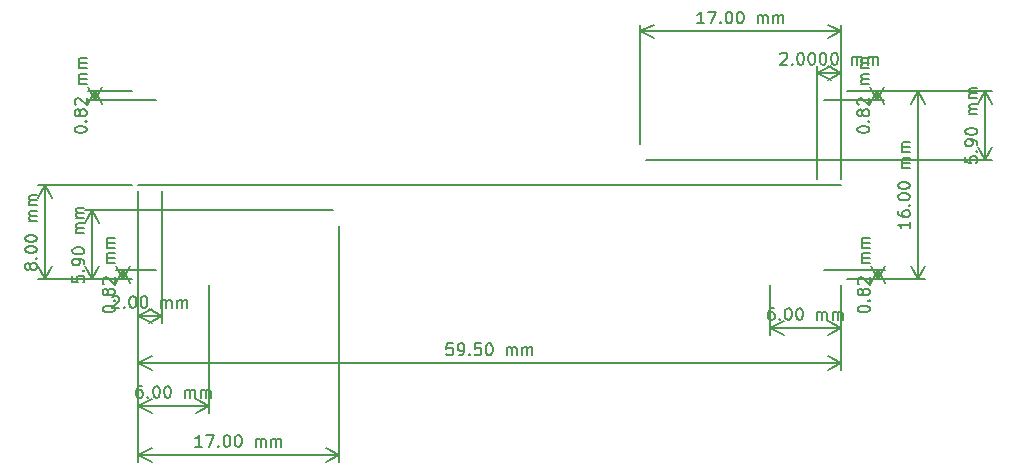
<source format=gbr>
%TF.GenerationSoftware,KiCad,Pcbnew,7.0.1*%
%TF.CreationDate,2023-05-18T02:12:41+09:00*%
%TF.ProjectId,dcc-adapter-board-kato-1.310-21mtc,6463632d-6164-4617-9074-65722d626f61,rev?*%
%TF.SameCoordinates,Original*%
%TF.FileFunction,OtherDrawing,Comment*%
%FSLAX46Y46*%
G04 Gerber Fmt 4.6, Leading zero omitted, Abs format (unit mm)*
G04 Created by KiCad (PCBNEW 7.0.1) date 2023-05-18 02:12:41*
%MOMM*%
%LPD*%
G01*
G04 APERTURE LIST*
%ADD10C,0.150000*%
G04 APERTURE END LIST*
D10*
X63500000Y-33400000D02*
X123000000Y-33400000D01*
X90107143Y-46812619D02*
X89630953Y-46812619D01*
X89630953Y-46812619D02*
X89583334Y-47288809D01*
X89583334Y-47288809D02*
X89630953Y-47241190D01*
X89630953Y-47241190D02*
X89726191Y-47193571D01*
X89726191Y-47193571D02*
X89964286Y-47193571D01*
X89964286Y-47193571D02*
X90059524Y-47241190D01*
X90059524Y-47241190D02*
X90107143Y-47288809D01*
X90107143Y-47288809D02*
X90154762Y-47384047D01*
X90154762Y-47384047D02*
X90154762Y-47622142D01*
X90154762Y-47622142D02*
X90107143Y-47717380D01*
X90107143Y-47717380D02*
X90059524Y-47765000D01*
X90059524Y-47765000D02*
X89964286Y-47812619D01*
X89964286Y-47812619D02*
X89726191Y-47812619D01*
X89726191Y-47812619D02*
X89630953Y-47765000D01*
X89630953Y-47765000D02*
X89583334Y-47717380D01*
X90630953Y-47812619D02*
X90821429Y-47812619D01*
X90821429Y-47812619D02*
X90916667Y-47765000D01*
X90916667Y-47765000D02*
X90964286Y-47717380D01*
X90964286Y-47717380D02*
X91059524Y-47574523D01*
X91059524Y-47574523D02*
X91107143Y-47384047D01*
X91107143Y-47384047D02*
X91107143Y-47003095D01*
X91107143Y-47003095D02*
X91059524Y-46907857D01*
X91059524Y-46907857D02*
X91011905Y-46860238D01*
X91011905Y-46860238D02*
X90916667Y-46812619D01*
X90916667Y-46812619D02*
X90726191Y-46812619D01*
X90726191Y-46812619D02*
X90630953Y-46860238D01*
X90630953Y-46860238D02*
X90583334Y-46907857D01*
X90583334Y-46907857D02*
X90535715Y-47003095D01*
X90535715Y-47003095D02*
X90535715Y-47241190D01*
X90535715Y-47241190D02*
X90583334Y-47336428D01*
X90583334Y-47336428D02*
X90630953Y-47384047D01*
X90630953Y-47384047D02*
X90726191Y-47431666D01*
X90726191Y-47431666D02*
X90916667Y-47431666D01*
X90916667Y-47431666D02*
X91011905Y-47384047D01*
X91011905Y-47384047D02*
X91059524Y-47336428D01*
X91059524Y-47336428D02*
X91107143Y-47241190D01*
X91535715Y-47717380D02*
X91583334Y-47765000D01*
X91583334Y-47765000D02*
X91535715Y-47812619D01*
X91535715Y-47812619D02*
X91488096Y-47765000D01*
X91488096Y-47765000D02*
X91535715Y-47717380D01*
X91535715Y-47717380D02*
X91535715Y-47812619D01*
X92488095Y-46812619D02*
X92011905Y-46812619D01*
X92011905Y-46812619D02*
X91964286Y-47288809D01*
X91964286Y-47288809D02*
X92011905Y-47241190D01*
X92011905Y-47241190D02*
X92107143Y-47193571D01*
X92107143Y-47193571D02*
X92345238Y-47193571D01*
X92345238Y-47193571D02*
X92440476Y-47241190D01*
X92440476Y-47241190D02*
X92488095Y-47288809D01*
X92488095Y-47288809D02*
X92535714Y-47384047D01*
X92535714Y-47384047D02*
X92535714Y-47622142D01*
X92535714Y-47622142D02*
X92488095Y-47717380D01*
X92488095Y-47717380D02*
X92440476Y-47765000D01*
X92440476Y-47765000D02*
X92345238Y-47812619D01*
X92345238Y-47812619D02*
X92107143Y-47812619D01*
X92107143Y-47812619D02*
X92011905Y-47765000D01*
X92011905Y-47765000D02*
X91964286Y-47717380D01*
X93154762Y-46812619D02*
X93250000Y-46812619D01*
X93250000Y-46812619D02*
X93345238Y-46860238D01*
X93345238Y-46860238D02*
X93392857Y-46907857D01*
X93392857Y-46907857D02*
X93440476Y-47003095D01*
X93440476Y-47003095D02*
X93488095Y-47193571D01*
X93488095Y-47193571D02*
X93488095Y-47431666D01*
X93488095Y-47431666D02*
X93440476Y-47622142D01*
X93440476Y-47622142D02*
X93392857Y-47717380D01*
X93392857Y-47717380D02*
X93345238Y-47765000D01*
X93345238Y-47765000D02*
X93250000Y-47812619D01*
X93250000Y-47812619D02*
X93154762Y-47812619D01*
X93154762Y-47812619D02*
X93059524Y-47765000D01*
X93059524Y-47765000D02*
X93011905Y-47717380D01*
X93011905Y-47717380D02*
X92964286Y-47622142D01*
X92964286Y-47622142D02*
X92916667Y-47431666D01*
X92916667Y-47431666D02*
X92916667Y-47193571D01*
X92916667Y-47193571D02*
X92964286Y-47003095D01*
X92964286Y-47003095D02*
X93011905Y-46907857D01*
X93011905Y-46907857D02*
X93059524Y-46860238D01*
X93059524Y-46860238D02*
X93154762Y-46812619D01*
X94678572Y-47812619D02*
X94678572Y-47145952D01*
X94678572Y-47241190D02*
X94726191Y-47193571D01*
X94726191Y-47193571D02*
X94821429Y-47145952D01*
X94821429Y-47145952D02*
X94964286Y-47145952D01*
X94964286Y-47145952D02*
X95059524Y-47193571D01*
X95059524Y-47193571D02*
X95107143Y-47288809D01*
X95107143Y-47288809D02*
X95107143Y-47812619D01*
X95107143Y-47288809D02*
X95154762Y-47193571D01*
X95154762Y-47193571D02*
X95250000Y-47145952D01*
X95250000Y-47145952D02*
X95392857Y-47145952D01*
X95392857Y-47145952D02*
X95488096Y-47193571D01*
X95488096Y-47193571D02*
X95535715Y-47288809D01*
X95535715Y-47288809D02*
X95535715Y-47812619D01*
X96011905Y-47812619D02*
X96011905Y-47145952D01*
X96011905Y-47241190D02*
X96059524Y-47193571D01*
X96059524Y-47193571D02*
X96154762Y-47145952D01*
X96154762Y-47145952D02*
X96297619Y-47145952D01*
X96297619Y-47145952D02*
X96392857Y-47193571D01*
X96392857Y-47193571D02*
X96440476Y-47288809D01*
X96440476Y-47288809D02*
X96440476Y-47812619D01*
X96440476Y-47288809D02*
X96488095Y-47193571D01*
X96488095Y-47193571D02*
X96583333Y-47145952D01*
X96583333Y-47145952D02*
X96726190Y-47145952D01*
X96726190Y-47145952D02*
X96821429Y-47193571D01*
X96821429Y-47193571D02*
X96869048Y-47288809D01*
X96869048Y-47288809D02*
X96869048Y-47812619D01*
X63500000Y-41900000D02*
X63500000Y-49086420D01*
X123000000Y-41900000D02*
X123000000Y-49086420D01*
X63500000Y-48500000D02*
X123000000Y-48500000D01*
X63500000Y-48500000D02*
X123000000Y-48500000D01*
X63500000Y-48500000D02*
X64626504Y-47913579D01*
X63500000Y-48500000D02*
X64626504Y-49086421D01*
X123000000Y-48500000D02*
X121873496Y-49086421D01*
X123000000Y-48500000D02*
X121873496Y-47913579D01*
X117857143Y-22307857D02*
X117904762Y-22260238D01*
X117904762Y-22260238D02*
X118000000Y-22212619D01*
X118000000Y-22212619D02*
X118238095Y-22212619D01*
X118238095Y-22212619D02*
X118333333Y-22260238D01*
X118333333Y-22260238D02*
X118380952Y-22307857D01*
X118380952Y-22307857D02*
X118428571Y-22403095D01*
X118428571Y-22403095D02*
X118428571Y-22498333D01*
X118428571Y-22498333D02*
X118380952Y-22641190D01*
X118380952Y-22641190D02*
X117809524Y-23212619D01*
X117809524Y-23212619D02*
X118428571Y-23212619D01*
X118857143Y-23117380D02*
X118904762Y-23165000D01*
X118904762Y-23165000D02*
X118857143Y-23212619D01*
X118857143Y-23212619D02*
X118809524Y-23165000D01*
X118809524Y-23165000D02*
X118857143Y-23117380D01*
X118857143Y-23117380D02*
X118857143Y-23212619D01*
X119523809Y-22212619D02*
X119619047Y-22212619D01*
X119619047Y-22212619D02*
X119714285Y-22260238D01*
X119714285Y-22260238D02*
X119761904Y-22307857D01*
X119761904Y-22307857D02*
X119809523Y-22403095D01*
X119809523Y-22403095D02*
X119857142Y-22593571D01*
X119857142Y-22593571D02*
X119857142Y-22831666D01*
X119857142Y-22831666D02*
X119809523Y-23022142D01*
X119809523Y-23022142D02*
X119761904Y-23117380D01*
X119761904Y-23117380D02*
X119714285Y-23165000D01*
X119714285Y-23165000D02*
X119619047Y-23212619D01*
X119619047Y-23212619D02*
X119523809Y-23212619D01*
X119523809Y-23212619D02*
X119428571Y-23165000D01*
X119428571Y-23165000D02*
X119380952Y-23117380D01*
X119380952Y-23117380D02*
X119333333Y-23022142D01*
X119333333Y-23022142D02*
X119285714Y-22831666D01*
X119285714Y-22831666D02*
X119285714Y-22593571D01*
X119285714Y-22593571D02*
X119333333Y-22403095D01*
X119333333Y-22403095D02*
X119380952Y-22307857D01*
X119380952Y-22307857D02*
X119428571Y-22260238D01*
X119428571Y-22260238D02*
X119523809Y-22212619D01*
X120476190Y-22212619D02*
X120571428Y-22212619D01*
X120571428Y-22212619D02*
X120666666Y-22260238D01*
X120666666Y-22260238D02*
X120714285Y-22307857D01*
X120714285Y-22307857D02*
X120761904Y-22403095D01*
X120761904Y-22403095D02*
X120809523Y-22593571D01*
X120809523Y-22593571D02*
X120809523Y-22831666D01*
X120809523Y-22831666D02*
X120761904Y-23022142D01*
X120761904Y-23022142D02*
X120714285Y-23117380D01*
X120714285Y-23117380D02*
X120666666Y-23165000D01*
X120666666Y-23165000D02*
X120571428Y-23212619D01*
X120571428Y-23212619D02*
X120476190Y-23212619D01*
X120476190Y-23212619D02*
X120380952Y-23165000D01*
X120380952Y-23165000D02*
X120333333Y-23117380D01*
X120333333Y-23117380D02*
X120285714Y-23022142D01*
X120285714Y-23022142D02*
X120238095Y-22831666D01*
X120238095Y-22831666D02*
X120238095Y-22593571D01*
X120238095Y-22593571D02*
X120285714Y-22403095D01*
X120285714Y-22403095D02*
X120333333Y-22307857D01*
X120333333Y-22307857D02*
X120380952Y-22260238D01*
X120380952Y-22260238D02*
X120476190Y-22212619D01*
X121428571Y-22212619D02*
X121523809Y-22212619D01*
X121523809Y-22212619D02*
X121619047Y-22260238D01*
X121619047Y-22260238D02*
X121666666Y-22307857D01*
X121666666Y-22307857D02*
X121714285Y-22403095D01*
X121714285Y-22403095D02*
X121761904Y-22593571D01*
X121761904Y-22593571D02*
X121761904Y-22831666D01*
X121761904Y-22831666D02*
X121714285Y-23022142D01*
X121714285Y-23022142D02*
X121666666Y-23117380D01*
X121666666Y-23117380D02*
X121619047Y-23165000D01*
X121619047Y-23165000D02*
X121523809Y-23212619D01*
X121523809Y-23212619D02*
X121428571Y-23212619D01*
X121428571Y-23212619D02*
X121333333Y-23165000D01*
X121333333Y-23165000D02*
X121285714Y-23117380D01*
X121285714Y-23117380D02*
X121238095Y-23022142D01*
X121238095Y-23022142D02*
X121190476Y-22831666D01*
X121190476Y-22831666D02*
X121190476Y-22593571D01*
X121190476Y-22593571D02*
X121238095Y-22403095D01*
X121238095Y-22403095D02*
X121285714Y-22307857D01*
X121285714Y-22307857D02*
X121333333Y-22260238D01*
X121333333Y-22260238D02*
X121428571Y-22212619D01*
X122380952Y-22212619D02*
X122476190Y-22212619D01*
X122476190Y-22212619D02*
X122571428Y-22260238D01*
X122571428Y-22260238D02*
X122619047Y-22307857D01*
X122619047Y-22307857D02*
X122666666Y-22403095D01*
X122666666Y-22403095D02*
X122714285Y-22593571D01*
X122714285Y-22593571D02*
X122714285Y-22831666D01*
X122714285Y-22831666D02*
X122666666Y-23022142D01*
X122666666Y-23022142D02*
X122619047Y-23117380D01*
X122619047Y-23117380D02*
X122571428Y-23165000D01*
X122571428Y-23165000D02*
X122476190Y-23212619D01*
X122476190Y-23212619D02*
X122380952Y-23212619D01*
X122380952Y-23212619D02*
X122285714Y-23165000D01*
X122285714Y-23165000D02*
X122238095Y-23117380D01*
X122238095Y-23117380D02*
X122190476Y-23022142D01*
X122190476Y-23022142D02*
X122142857Y-22831666D01*
X122142857Y-22831666D02*
X122142857Y-22593571D01*
X122142857Y-22593571D02*
X122190476Y-22403095D01*
X122190476Y-22403095D02*
X122238095Y-22307857D01*
X122238095Y-22307857D02*
X122285714Y-22260238D01*
X122285714Y-22260238D02*
X122380952Y-22212619D01*
X123904762Y-23212619D02*
X123904762Y-22545952D01*
X123904762Y-22641190D02*
X123952381Y-22593571D01*
X123952381Y-22593571D02*
X124047619Y-22545952D01*
X124047619Y-22545952D02*
X124190476Y-22545952D01*
X124190476Y-22545952D02*
X124285714Y-22593571D01*
X124285714Y-22593571D02*
X124333333Y-22688809D01*
X124333333Y-22688809D02*
X124333333Y-23212619D01*
X124333333Y-22688809D02*
X124380952Y-22593571D01*
X124380952Y-22593571D02*
X124476190Y-22545952D01*
X124476190Y-22545952D02*
X124619047Y-22545952D01*
X124619047Y-22545952D02*
X124714286Y-22593571D01*
X124714286Y-22593571D02*
X124761905Y-22688809D01*
X124761905Y-22688809D02*
X124761905Y-23212619D01*
X125238095Y-23212619D02*
X125238095Y-22545952D01*
X125238095Y-22641190D02*
X125285714Y-22593571D01*
X125285714Y-22593571D02*
X125380952Y-22545952D01*
X125380952Y-22545952D02*
X125523809Y-22545952D01*
X125523809Y-22545952D02*
X125619047Y-22593571D01*
X125619047Y-22593571D02*
X125666666Y-22688809D01*
X125666666Y-22688809D02*
X125666666Y-23212619D01*
X125666666Y-22688809D02*
X125714285Y-22593571D01*
X125714285Y-22593571D02*
X125809523Y-22545952D01*
X125809523Y-22545952D02*
X125952380Y-22545952D01*
X125952380Y-22545952D02*
X126047619Y-22593571D01*
X126047619Y-22593571D02*
X126095238Y-22688809D01*
X126095238Y-22688809D02*
X126095238Y-23212619D01*
X123000000Y-32900000D02*
X123000000Y-23313580D01*
X121000000Y-32900000D02*
X121000000Y-23313580D01*
X123000000Y-23900000D02*
X121000000Y-23900000D01*
X123000000Y-23900000D02*
X121000000Y-23900000D01*
X123000000Y-23900000D02*
X121873496Y-24486421D01*
X123000000Y-23900000D02*
X121873496Y-23313579D01*
X121000000Y-23900000D02*
X122126504Y-23313579D01*
X121000000Y-23900000D02*
X122126504Y-24486421D01*
X61309524Y-42907857D02*
X61357143Y-42860238D01*
X61357143Y-42860238D02*
X61452381Y-42812619D01*
X61452381Y-42812619D02*
X61690476Y-42812619D01*
X61690476Y-42812619D02*
X61785714Y-42860238D01*
X61785714Y-42860238D02*
X61833333Y-42907857D01*
X61833333Y-42907857D02*
X61880952Y-43003095D01*
X61880952Y-43003095D02*
X61880952Y-43098333D01*
X61880952Y-43098333D02*
X61833333Y-43241190D01*
X61833333Y-43241190D02*
X61261905Y-43812619D01*
X61261905Y-43812619D02*
X61880952Y-43812619D01*
X62309524Y-43717380D02*
X62357143Y-43765000D01*
X62357143Y-43765000D02*
X62309524Y-43812619D01*
X62309524Y-43812619D02*
X62261905Y-43765000D01*
X62261905Y-43765000D02*
X62309524Y-43717380D01*
X62309524Y-43717380D02*
X62309524Y-43812619D01*
X62976190Y-42812619D02*
X63071428Y-42812619D01*
X63071428Y-42812619D02*
X63166666Y-42860238D01*
X63166666Y-42860238D02*
X63214285Y-42907857D01*
X63214285Y-42907857D02*
X63261904Y-43003095D01*
X63261904Y-43003095D02*
X63309523Y-43193571D01*
X63309523Y-43193571D02*
X63309523Y-43431666D01*
X63309523Y-43431666D02*
X63261904Y-43622142D01*
X63261904Y-43622142D02*
X63214285Y-43717380D01*
X63214285Y-43717380D02*
X63166666Y-43765000D01*
X63166666Y-43765000D02*
X63071428Y-43812619D01*
X63071428Y-43812619D02*
X62976190Y-43812619D01*
X62976190Y-43812619D02*
X62880952Y-43765000D01*
X62880952Y-43765000D02*
X62833333Y-43717380D01*
X62833333Y-43717380D02*
X62785714Y-43622142D01*
X62785714Y-43622142D02*
X62738095Y-43431666D01*
X62738095Y-43431666D02*
X62738095Y-43193571D01*
X62738095Y-43193571D02*
X62785714Y-43003095D01*
X62785714Y-43003095D02*
X62833333Y-42907857D01*
X62833333Y-42907857D02*
X62880952Y-42860238D01*
X62880952Y-42860238D02*
X62976190Y-42812619D01*
X63928571Y-42812619D02*
X64023809Y-42812619D01*
X64023809Y-42812619D02*
X64119047Y-42860238D01*
X64119047Y-42860238D02*
X64166666Y-42907857D01*
X64166666Y-42907857D02*
X64214285Y-43003095D01*
X64214285Y-43003095D02*
X64261904Y-43193571D01*
X64261904Y-43193571D02*
X64261904Y-43431666D01*
X64261904Y-43431666D02*
X64214285Y-43622142D01*
X64214285Y-43622142D02*
X64166666Y-43717380D01*
X64166666Y-43717380D02*
X64119047Y-43765000D01*
X64119047Y-43765000D02*
X64023809Y-43812619D01*
X64023809Y-43812619D02*
X63928571Y-43812619D01*
X63928571Y-43812619D02*
X63833333Y-43765000D01*
X63833333Y-43765000D02*
X63785714Y-43717380D01*
X63785714Y-43717380D02*
X63738095Y-43622142D01*
X63738095Y-43622142D02*
X63690476Y-43431666D01*
X63690476Y-43431666D02*
X63690476Y-43193571D01*
X63690476Y-43193571D02*
X63738095Y-43003095D01*
X63738095Y-43003095D02*
X63785714Y-42907857D01*
X63785714Y-42907857D02*
X63833333Y-42860238D01*
X63833333Y-42860238D02*
X63928571Y-42812619D01*
X65452381Y-43812619D02*
X65452381Y-43145952D01*
X65452381Y-43241190D02*
X65500000Y-43193571D01*
X65500000Y-43193571D02*
X65595238Y-43145952D01*
X65595238Y-43145952D02*
X65738095Y-43145952D01*
X65738095Y-43145952D02*
X65833333Y-43193571D01*
X65833333Y-43193571D02*
X65880952Y-43288809D01*
X65880952Y-43288809D02*
X65880952Y-43812619D01*
X65880952Y-43288809D02*
X65928571Y-43193571D01*
X65928571Y-43193571D02*
X66023809Y-43145952D01*
X66023809Y-43145952D02*
X66166666Y-43145952D01*
X66166666Y-43145952D02*
X66261905Y-43193571D01*
X66261905Y-43193571D02*
X66309524Y-43288809D01*
X66309524Y-43288809D02*
X66309524Y-43812619D01*
X66785714Y-43812619D02*
X66785714Y-43145952D01*
X66785714Y-43241190D02*
X66833333Y-43193571D01*
X66833333Y-43193571D02*
X66928571Y-43145952D01*
X66928571Y-43145952D02*
X67071428Y-43145952D01*
X67071428Y-43145952D02*
X67166666Y-43193571D01*
X67166666Y-43193571D02*
X67214285Y-43288809D01*
X67214285Y-43288809D02*
X67214285Y-43812619D01*
X67214285Y-43288809D02*
X67261904Y-43193571D01*
X67261904Y-43193571D02*
X67357142Y-43145952D01*
X67357142Y-43145952D02*
X67499999Y-43145952D01*
X67499999Y-43145952D02*
X67595238Y-43193571D01*
X67595238Y-43193571D02*
X67642857Y-43288809D01*
X67642857Y-43288809D02*
X67642857Y-43812619D01*
X63500000Y-33900000D02*
X63500000Y-45086420D01*
X65500000Y-33900000D02*
X65500000Y-45086420D01*
X63500000Y-44500000D02*
X65500000Y-44500000D01*
X63500000Y-44500000D02*
X65500000Y-44500000D01*
X63500000Y-44500000D02*
X64626504Y-43913579D01*
X63500000Y-44500000D02*
X64626504Y-45086421D01*
X65500000Y-44500000D02*
X64373496Y-45086421D01*
X65500000Y-44500000D02*
X64373496Y-43913579D01*
X128812619Y-36495237D02*
X128812619Y-37066665D01*
X128812619Y-36780951D02*
X127812619Y-36780951D01*
X127812619Y-36780951D02*
X127955476Y-36876189D01*
X127955476Y-36876189D02*
X128050714Y-36971427D01*
X128050714Y-36971427D02*
X128098333Y-37066665D01*
X127812619Y-35638094D02*
X127812619Y-35828570D01*
X127812619Y-35828570D02*
X127860238Y-35923808D01*
X127860238Y-35923808D02*
X127907857Y-35971427D01*
X127907857Y-35971427D02*
X128050714Y-36066665D01*
X128050714Y-36066665D02*
X128241190Y-36114284D01*
X128241190Y-36114284D02*
X128622142Y-36114284D01*
X128622142Y-36114284D02*
X128717380Y-36066665D01*
X128717380Y-36066665D02*
X128765000Y-36019046D01*
X128765000Y-36019046D02*
X128812619Y-35923808D01*
X128812619Y-35923808D02*
X128812619Y-35733332D01*
X128812619Y-35733332D02*
X128765000Y-35638094D01*
X128765000Y-35638094D02*
X128717380Y-35590475D01*
X128717380Y-35590475D02*
X128622142Y-35542856D01*
X128622142Y-35542856D02*
X128384047Y-35542856D01*
X128384047Y-35542856D02*
X128288809Y-35590475D01*
X128288809Y-35590475D02*
X128241190Y-35638094D01*
X128241190Y-35638094D02*
X128193571Y-35733332D01*
X128193571Y-35733332D02*
X128193571Y-35923808D01*
X128193571Y-35923808D02*
X128241190Y-36019046D01*
X128241190Y-36019046D02*
X128288809Y-36066665D01*
X128288809Y-36066665D02*
X128384047Y-36114284D01*
X128717380Y-35114284D02*
X128765000Y-35066665D01*
X128765000Y-35066665D02*
X128812619Y-35114284D01*
X128812619Y-35114284D02*
X128765000Y-35161903D01*
X128765000Y-35161903D02*
X128717380Y-35114284D01*
X128717380Y-35114284D02*
X128812619Y-35114284D01*
X127812619Y-34447618D02*
X127812619Y-34352380D01*
X127812619Y-34352380D02*
X127860238Y-34257142D01*
X127860238Y-34257142D02*
X127907857Y-34209523D01*
X127907857Y-34209523D02*
X128003095Y-34161904D01*
X128003095Y-34161904D02*
X128193571Y-34114285D01*
X128193571Y-34114285D02*
X128431666Y-34114285D01*
X128431666Y-34114285D02*
X128622142Y-34161904D01*
X128622142Y-34161904D02*
X128717380Y-34209523D01*
X128717380Y-34209523D02*
X128765000Y-34257142D01*
X128765000Y-34257142D02*
X128812619Y-34352380D01*
X128812619Y-34352380D02*
X128812619Y-34447618D01*
X128812619Y-34447618D02*
X128765000Y-34542856D01*
X128765000Y-34542856D02*
X128717380Y-34590475D01*
X128717380Y-34590475D02*
X128622142Y-34638094D01*
X128622142Y-34638094D02*
X128431666Y-34685713D01*
X128431666Y-34685713D02*
X128193571Y-34685713D01*
X128193571Y-34685713D02*
X128003095Y-34638094D01*
X128003095Y-34638094D02*
X127907857Y-34590475D01*
X127907857Y-34590475D02*
X127860238Y-34542856D01*
X127860238Y-34542856D02*
X127812619Y-34447618D01*
X127812619Y-33495237D02*
X127812619Y-33399999D01*
X127812619Y-33399999D02*
X127860238Y-33304761D01*
X127860238Y-33304761D02*
X127907857Y-33257142D01*
X127907857Y-33257142D02*
X128003095Y-33209523D01*
X128003095Y-33209523D02*
X128193571Y-33161904D01*
X128193571Y-33161904D02*
X128431666Y-33161904D01*
X128431666Y-33161904D02*
X128622142Y-33209523D01*
X128622142Y-33209523D02*
X128717380Y-33257142D01*
X128717380Y-33257142D02*
X128765000Y-33304761D01*
X128765000Y-33304761D02*
X128812619Y-33399999D01*
X128812619Y-33399999D02*
X128812619Y-33495237D01*
X128812619Y-33495237D02*
X128765000Y-33590475D01*
X128765000Y-33590475D02*
X128717380Y-33638094D01*
X128717380Y-33638094D02*
X128622142Y-33685713D01*
X128622142Y-33685713D02*
X128431666Y-33733332D01*
X128431666Y-33733332D02*
X128193571Y-33733332D01*
X128193571Y-33733332D02*
X128003095Y-33685713D01*
X128003095Y-33685713D02*
X127907857Y-33638094D01*
X127907857Y-33638094D02*
X127860238Y-33590475D01*
X127860238Y-33590475D02*
X127812619Y-33495237D01*
X128812619Y-31971427D02*
X128145952Y-31971427D01*
X128241190Y-31971427D02*
X128193571Y-31923808D01*
X128193571Y-31923808D02*
X128145952Y-31828570D01*
X128145952Y-31828570D02*
X128145952Y-31685713D01*
X128145952Y-31685713D02*
X128193571Y-31590475D01*
X128193571Y-31590475D02*
X128288809Y-31542856D01*
X128288809Y-31542856D02*
X128812619Y-31542856D01*
X128288809Y-31542856D02*
X128193571Y-31495237D01*
X128193571Y-31495237D02*
X128145952Y-31399999D01*
X128145952Y-31399999D02*
X128145952Y-31257142D01*
X128145952Y-31257142D02*
X128193571Y-31161903D01*
X128193571Y-31161903D02*
X128288809Y-31114284D01*
X128288809Y-31114284D02*
X128812619Y-31114284D01*
X128812619Y-30638094D02*
X128145952Y-30638094D01*
X128241190Y-30638094D02*
X128193571Y-30590475D01*
X128193571Y-30590475D02*
X128145952Y-30495237D01*
X128145952Y-30495237D02*
X128145952Y-30352380D01*
X128145952Y-30352380D02*
X128193571Y-30257142D01*
X128193571Y-30257142D02*
X128288809Y-30209523D01*
X128288809Y-30209523D02*
X128812619Y-30209523D01*
X128288809Y-30209523D02*
X128193571Y-30161904D01*
X128193571Y-30161904D02*
X128145952Y-30066666D01*
X128145952Y-30066666D02*
X128145952Y-29923809D01*
X128145952Y-29923809D02*
X128193571Y-29828570D01*
X128193571Y-29828570D02*
X128288809Y-29780951D01*
X128288809Y-29780951D02*
X128812619Y-29780951D01*
X123500000Y-41400000D02*
X130086420Y-41400000D01*
X123500000Y-25400000D02*
X130086420Y-25400000D01*
X129500000Y-41400000D02*
X129500000Y-25400000D01*
X129500000Y-41400000D02*
X129500000Y-25400000D01*
X129500000Y-41400000D02*
X128913579Y-40273496D01*
X129500000Y-41400000D02*
X130086421Y-40273496D01*
X129500000Y-25400000D02*
X130086421Y-26526504D01*
X129500000Y-25400000D02*
X128913579Y-26526504D01*
X54341190Y-40399999D02*
X54293571Y-40495237D01*
X54293571Y-40495237D02*
X54245952Y-40542856D01*
X54245952Y-40542856D02*
X54150714Y-40590475D01*
X54150714Y-40590475D02*
X54103095Y-40590475D01*
X54103095Y-40590475D02*
X54007857Y-40542856D01*
X54007857Y-40542856D02*
X53960238Y-40495237D01*
X53960238Y-40495237D02*
X53912619Y-40399999D01*
X53912619Y-40399999D02*
X53912619Y-40209523D01*
X53912619Y-40209523D02*
X53960238Y-40114285D01*
X53960238Y-40114285D02*
X54007857Y-40066666D01*
X54007857Y-40066666D02*
X54103095Y-40019047D01*
X54103095Y-40019047D02*
X54150714Y-40019047D01*
X54150714Y-40019047D02*
X54245952Y-40066666D01*
X54245952Y-40066666D02*
X54293571Y-40114285D01*
X54293571Y-40114285D02*
X54341190Y-40209523D01*
X54341190Y-40209523D02*
X54341190Y-40399999D01*
X54341190Y-40399999D02*
X54388809Y-40495237D01*
X54388809Y-40495237D02*
X54436428Y-40542856D01*
X54436428Y-40542856D02*
X54531666Y-40590475D01*
X54531666Y-40590475D02*
X54722142Y-40590475D01*
X54722142Y-40590475D02*
X54817380Y-40542856D01*
X54817380Y-40542856D02*
X54865000Y-40495237D01*
X54865000Y-40495237D02*
X54912619Y-40399999D01*
X54912619Y-40399999D02*
X54912619Y-40209523D01*
X54912619Y-40209523D02*
X54865000Y-40114285D01*
X54865000Y-40114285D02*
X54817380Y-40066666D01*
X54817380Y-40066666D02*
X54722142Y-40019047D01*
X54722142Y-40019047D02*
X54531666Y-40019047D01*
X54531666Y-40019047D02*
X54436428Y-40066666D01*
X54436428Y-40066666D02*
X54388809Y-40114285D01*
X54388809Y-40114285D02*
X54341190Y-40209523D01*
X54817380Y-39590475D02*
X54865000Y-39542856D01*
X54865000Y-39542856D02*
X54912619Y-39590475D01*
X54912619Y-39590475D02*
X54865000Y-39638094D01*
X54865000Y-39638094D02*
X54817380Y-39590475D01*
X54817380Y-39590475D02*
X54912619Y-39590475D01*
X53912619Y-38923809D02*
X53912619Y-38828571D01*
X53912619Y-38828571D02*
X53960238Y-38733333D01*
X53960238Y-38733333D02*
X54007857Y-38685714D01*
X54007857Y-38685714D02*
X54103095Y-38638095D01*
X54103095Y-38638095D02*
X54293571Y-38590476D01*
X54293571Y-38590476D02*
X54531666Y-38590476D01*
X54531666Y-38590476D02*
X54722142Y-38638095D01*
X54722142Y-38638095D02*
X54817380Y-38685714D01*
X54817380Y-38685714D02*
X54865000Y-38733333D01*
X54865000Y-38733333D02*
X54912619Y-38828571D01*
X54912619Y-38828571D02*
X54912619Y-38923809D01*
X54912619Y-38923809D02*
X54865000Y-39019047D01*
X54865000Y-39019047D02*
X54817380Y-39066666D01*
X54817380Y-39066666D02*
X54722142Y-39114285D01*
X54722142Y-39114285D02*
X54531666Y-39161904D01*
X54531666Y-39161904D02*
X54293571Y-39161904D01*
X54293571Y-39161904D02*
X54103095Y-39114285D01*
X54103095Y-39114285D02*
X54007857Y-39066666D01*
X54007857Y-39066666D02*
X53960238Y-39019047D01*
X53960238Y-39019047D02*
X53912619Y-38923809D01*
X53912619Y-37971428D02*
X53912619Y-37876190D01*
X53912619Y-37876190D02*
X53960238Y-37780952D01*
X53960238Y-37780952D02*
X54007857Y-37733333D01*
X54007857Y-37733333D02*
X54103095Y-37685714D01*
X54103095Y-37685714D02*
X54293571Y-37638095D01*
X54293571Y-37638095D02*
X54531666Y-37638095D01*
X54531666Y-37638095D02*
X54722142Y-37685714D01*
X54722142Y-37685714D02*
X54817380Y-37733333D01*
X54817380Y-37733333D02*
X54865000Y-37780952D01*
X54865000Y-37780952D02*
X54912619Y-37876190D01*
X54912619Y-37876190D02*
X54912619Y-37971428D01*
X54912619Y-37971428D02*
X54865000Y-38066666D01*
X54865000Y-38066666D02*
X54817380Y-38114285D01*
X54817380Y-38114285D02*
X54722142Y-38161904D01*
X54722142Y-38161904D02*
X54531666Y-38209523D01*
X54531666Y-38209523D02*
X54293571Y-38209523D01*
X54293571Y-38209523D02*
X54103095Y-38161904D01*
X54103095Y-38161904D02*
X54007857Y-38114285D01*
X54007857Y-38114285D02*
X53960238Y-38066666D01*
X53960238Y-38066666D02*
X53912619Y-37971428D01*
X54912619Y-36447618D02*
X54245952Y-36447618D01*
X54341190Y-36447618D02*
X54293571Y-36399999D01*
X54293571Y-36399999D02*
X54245952Y-36304761D01*
X54245952Y-36304761D02*
X54245952Y-36161904D01*
X54245952Y-36161904D02*
X54293571Y-36066666D01*
X54293571Y-36066666D02*
X54388809Y-36019047D01*
X54388809Y-36019047D02*
X54912619Y-36019047D01*
X54388809Y-36019047D02*
X54293571Y-35971428D01*
X54293571Y-35971428D02*
X54245952Y-35876190D01*
X54245952Y-35876190D02*
X54245952Y-35733333D01*
X54245952Y-35733333D02*
X54293571Y-35638094D01*
X54293571Y-35638094D02*
X54388809Y-35590475D01*
X54388809Y-35590475D02*
X54912619Y-35590475D01*
X54912619Y-35114285D02*
X54245952Y-35114285D01*
X54341190Y-35114285D02*
X54293571Y-35066666D01*
X54293571Y-35066666D02*
X54245952Y-34971428D01*
X54245952Y-34971428D02*
X54245952Y-34828571D01*
X54245952Y-34828571D02*
X54293571Y-34733333D01*
X54293571Y-34733333D02*
X54388809Y-34685714D01*
X54388809Y-34685714D02*
X54912619Y-34685714D01*
X54388809Y-34685714D02*
X54293571Y-34638095D01*
X54293571Y-34638095D02*
X54245952Y-34542857D01*
X54245952Y-34542857D02*
X54245952Y-34400000D01*
X54245952Y-34400000D02*
X54293571Y-34304761D01*
X54293571Y-34304761D02*
X54388809Y-34257142D01*
X54388809Y-34257142D02*
X54912619Y-34257142D01*
X63000000Y-41400000D02*
X55013580Y-41400000D01*
X63000000Y-33400000D02*
X55013580Y-33400000D01*
X55600000Y-41400000D02*
X55600000Y-33400000D01*
X55600000Y-41400000D02*
X55600000Y-33400000D01*
X55600000Y-41400000D02*
X55013579Y-40273496D01*
X55600000Y-41400000D02*
X56186421Y-40273496D01*
X55600000Y-33400000D02*
X56186421Y-34526504D01*
X55600000Y-33400000D02*
X55013579Y-34526504D01*
X63785714Y-50412619D02*
X63595238Y-50412619D01*
X63595238Y-50412619D02*
X63500000Y-50460238D01*
X63500000Y-50460238D02*
X63452381Y-50507857D01*
X63452381Y-50507857D02*
X63357143Y-50650714D01*
X63357143Y-50650714D02*
X63309524Y-50841190D01*
X63309524Y-50841190D02*
X63309524Y-51222142D01*
X63309524Y-51222142D02*
X63357143Y-51317380D01*
X63357143Y-51317380D02*
X63404762Y-51365000D01*
X63404762Y-51365000D02*
X63500000Y-51412619D01*
X63500000Y-51412619D02*
X63690476Y-51412619D01*
X63690476Y-51412619D02*
X63785714Y-51365000D01*
X63785714Y-51365000D02*
X63833333Y-51317380D01*
X63833333Y-51317380D02*
X63880952Y-51222142D01*
X63880952Y-51222142D02*
X63880952Y-50984047D01*
X63880952Y-50984047D02*
X63833333Y-50888809D01*
X63833333Y-50888809D02*
X63785714Y-50841190D01*
X63785714Y-50841190D02*
X63690476Y-50793571D01*
X63690476Y-50793571D02*
X63500000Y-50793571D01*
X63500000Y-50793571D02*
X63404762Y-50841190D01*
X63404762Y-50841190D02*
X63357143Y-50888809D01*
X63357143Y-50888809D02*
X63309524Y-50984047D01*
X64309524Y-51317380D02*
X64357143Y-51365000D01*
X64357143Y-51365000D02*
X64309524Y-51412619D01*
X64309524Y-51412619D02*
X64261905Y-51365000D01*
X64261905Y-51365000D02*
X64309524Y-51317380D01*
X64309524Y-51317380D02*
X64309524Y-51412619D01*
X64976190Y-50412619D02*
X65071428Y-50412619D01*
X65071428Y-50412619D02*
X65166666Y-50460238D01*
X65166666Y-50460238D02*
X65214285Y-50507857D01*
X65214285Y-50507857D02*
X65261904Y-50603095D01*
X65261904Y-50603095D02*
X65309523Y-50793571D01*
X65309523Y-50793571D02*
X65309523Y-51031666D01*
X65309523Y-51031666D02*
X65261904Y-51222142D01*
X65261904Y-51222142D02*
X65214285Y-51317380D01*
X65214285Y-51317380D02*
X65166666Y-51365000D01*
X65166666Y-51365000D02*
X65071428Y-51412619D01*
X65071428Y-51412619D02*
X64976190Y-51412619D01*
X64976190Y-51412619D02*
X64880952Y-51365000D01*
X64880952Y-51365000D02*
X64833333Y-51317380D01*
X64833333Y-51317380D02*
X64785714Y-51222142D01*
X64785714Y-51222142D02*
X64738095Y-51031666D01*
X64738095Y-51031666D02*
X64738095Y-50793571D01*
X64738095Y-50793571D02*
X64785714Y-50603095D01*
X64785714Y-50603095D02*
X64833333Y-50507857D01*
X64833333Y-50507857D02*
X64880952Y-50460238D01*
X64880952Y-50460238D02*
X64976190Y-50412619D01*
X65928571Y-50412619D02*
X66023809Y-50412619D01*
X66023809Y-50412619D02*
X66119047Y-50460238D01*
X66119047Y-50460238D02*
X66166666Y-50507857D01*
X66166666Y-50507857D02*
X66214285Y-50603095D01*
X66214285Y-50603095D02*
X66261904Y-50793571D01*
X66261904Y-50793571D02*
X66261904Y-51031666D01*
X66261904Y-51031666D02*
X66214285Y-51222142D01*
X66214285Y-51222142D02*
X66166666Y-51317380D01*
X66166666Y-51317380D02*
X66119047Y-51365000D01*
X66119047Y-51365000D02*
X66023809Y-51412619D01*
X66023809Y-51412619D02*
X65928571Y-51412619D01*
X65928571Y-51412619D02*
X65833333Y-51365000D01*
X65833333Y-51365000D02*
X65785714Y-51317380D01*
X65785714Y-51317380D02*
X65738095Y-51222142D01*
X65738095Y-51222142D02*
X65690476Y-51031666D01*
X65690476Y-51031666D02*
X65690476Y-50793571D01*
X65690476Y-50793571D02*
X65738095Y-50603095D01*
X65738095Y-50603095D02*
X65785714Y-50507857D01*
X65785714Y-50507857D02*
X65833333Y-50460238D01*
X65833333Y-50460238D02*
X65928571Y-50412619D01*
X67452381Y-51412619D02*
X67452381Y-50745952D01*
X67452381Y-50841190D02*
X67500000Y-50793571D01*
X67500000Y-50793571D02*
X67595238Y-50745952D01*
X67595238Y-50745952D02*
X67738095Y-50745952D01*
X67738095Y-50745952D02*
X67833333Y-50793571D01*
X67833333Y-50793571D02*
X67880952Y-50888809D01*
X67880952Y-50888809D02*
X67880952Y-51412619D01*
X67880952Y-50888809D02*
X67928571Y-50793571D01*
X67928571Y-50793571D02*
X68023809Y-50745952D01*
X68023809Y-50745952D02*
X68166666Y-50745952D01*
X68166666Y-50745952D02*
X68261905Y-50793571D01*
X68261905Y-50793571D02*
X68309524Y-50888809D01*
X68309524Y-50888809D02*
X68309524Y-51412619D01*
X68785714Y-51412619D02*
X68785714Y-50745952D01*
X68785714Y-50841190D02*
X68833333Y-50793571D01*
X68833333Y-50793571D02*
X68928571Y-50745952D01*
X68928571Y-50745952D02*
X69071428Y-50745952D01*
X69071428Y-50745952D02*
X69166666Y-50793571D01*
X69166666Y-50793571D02*
X69214285Y-50888809D01*
X69214285Y-50888809D02*
X69214285Y-51412619D01*
X69214285Y-50888809D02*
X69261904Y-50793571D01*
X69261904Y-50793571D02*
X69357142Y-50745952D01*
X69357142Y-50745952D02*
X69499999Y-50745952D01*
X69499999Y-50745952D02*
X69595238Y-50793571D01*
X69595238Y-50793571D02*
X69642857Y-50888809D01*
X69642857Y-50888809D02*
X69642857Y-51412619D01*
X63500000Y-41900000D02*
X63500000Y-52686420D01*
X69500000Y-52686420D02*
X69500000Y-41900000D01*
X63500000Y-52100000D02*
X69500000Y-52100000D01*
X63500000Y-52100000D02*
X69500000Y-52100000D01*
X63500000Y-52100000D02*
X64626504Y-51513579D01*
X63500000Y-52100000D02*
X64626504Y-52686421D01*
X69500000Y-52100000D02*
X68373496Y-52686421D01*
X69500000Y-52100000D02*
X68373496Y-51513579D01*
X57912619Y-41116666D02*
X57912619Y-41592856D01*
X57912619Y-41592856D02*
X58388809Y-41640475D01*
X58388809Y-41640475D02*
X58341190Y-41592856D01*
X58341190Y-41592856D02*
X58293571Y-41497618D01*
X58293571Y-41497618D02*
X58293571Y-41259523D01*
X58293571Y-41259523D02*
X58341190Y-41164285D01*
X58341190Y-41164285D02*
X58388809Y-41116666D01*
X58388809Y-41116666D02*
X58484047Y-41069047D01*
X58484047Y-41069047D02*
X58722142Y-41069047D01*
X58722142Y-41069047D02*
X58817380Y-41116666D01*
X58817380Y-41116666D02*
X58865000Y-41164285D01*
X58865000Y-41164285D02*
X58912619Y-41259523D01*
X58912619Y-41259523D02*
X58912619Y-41497618D01*
X58912619Y-41497618D02*
X58865000Y-41592856D01*
X58865000Y-41592856D02*
X58817380Y-41640475D01*
X58817380Y-40640475D02*
X58865000Y-40592856D01*
X58865000Y-40592856D02*
X58912619Y-40640475D01*
X58912619Y-40640475D02*
X58865000Y-40688094D01*
X58865000Y-40688094D02*
X58817380Y-40640475D01*
X58817380Y-40640475D02*
X58912619Y-40640475D01*
X58912619Y-40116666D02*
X58912619Y-39926190D01*
X58912619Y-39926190D02*
X58865000Y-39830952D01*
X58865000Y-39830952D02*
X58817380Y-39783333D01*
X58817380Y-39783333D02*
X58674523Y-39688095D01*
X58674523Y-39688095D02*
X58484047Y-39640476D01*
X58484047Y-39640476D02*
X58103095Y-39640476D01*
X58103095Y-39640476D02*
X58007857Y-39688095D01*
X58007857Y-39688095D02*
X57960238Y-39735714D01*
X57960238Y-39735714D02*
X57912619Y-39830952D01*
X57912619Y-39830952D02*
X57912619Y-40021428D01*
X57912619Y-40021428D02*
X57960238Y-40116666D01*
X57960238Y-40116666D02*
X58007857Y-40164285D01*
X58007857Y-40164285D02*
X58103095Y-40211904D01*
X58103095Y-40211904D02*
X58341190Y-40211904D01*
X58341190Y-40211904D02*
X58436428Y-40164285D01*
X58436428Y-40164285D02*
X58484047Y-40116666D01*
X58484047Y-40116666D02*
X58531666Y-40021428D01*
X58531666Y-40021428D02*
X58531666Y-39830952D01*
X58531666Y-39830952D02*
X58484047Y-39735714D01*
X58484047Y-39735714D02*
X58436428Y-39688095D01*
X58436428Y-39688095D02*
X58341190Y-39640476D01*
X57912619Y-39021428D02*
X57912619Y-38926190D01*
X57912619Y-38926190D02*
X57960238Y-38830952D01*
X57960238Y-38830952D02*
X58007857Y-38783333D01*
X58007857Y-38783333D02*
X58103095Y-38735714D01*
X58103095Y-38735714D02*
X58293571Y-38688095D01*
X58293571Y-38688095D02*
X58531666Y-38688095D01*
X58531666Y-38688095D02*
X58722142Y-38735714D01*
X58722142Y-38735714D02*
X58817380Y-38783333D01*
X58817380Y-38783333D02*
X58865000Y-38830952D01*
X58865000Y-38830952D02*
X58912619Y-38926190D01*
X58912619Y-38926190D02*
X58912619Y-39021428D01*
X58912619Y-39021428D02*
X58865000Y-39116666D01*
X58865000Y-39116666D02*
X58817380Y-39164285D01*
X58817380Y-39164285D02*
X58722142Y-39211904D01*
X58722142Y-39211904D02*
X58531666Y-39259523D01*
X58531666Y-39259523D02*
X58293571Y-39259523D01*
X58293571Y-39259523D02*
X58103095Y-39211904D01*
X58103095Y-39211904D02*
X58007857Y-39164285D01*
X58007857Y-39164285D02*
X57960238Y-39116666D01*
X57960238Y-39116666D02*
X57912619Y-39021428D01*
X58912619Y-37497618D02*
X58245952Y-37497618D01*
X58341190Y-37497618D02*
X58293571Y-37449999D01*
X58293571Y-37449999D02*
X58245952Y-37354761D01*
X58245952Y-37354761D02*
X58245952Y-37211904D01*
X58245952Y-37211904D02*
X58293571Y-37116666D01*
X58293571Y-37116666D02*
X58388809Y-37069047D01*
X58388809Y-37069047D02*
X58912619Y-37069047D01*
X58388809Y-37069047D02*
X58293571Y-37021428D01*
X58293571Y-37021428D02*
X58245952Y-36926190D01*
X58245952Y-36926190D02*
X58245952Y-36783333D01*
X58245952Y-36783333D02*
X58293571Y-36688094D01*
X58293571Y-36688094D02*
X58388809Y-36640475D01*
X58388809Y-36640475D02*
X58912619Y-36640475D01*
X58912619Y-36164285D02*
X58245952Y-36164285D01*
X58341190Y-36164285D02*
X58293571Y-36116666D01*
X58293571Y-36116666D02*
X58245952Y-36021428D01*
X58245952Y-36021428D02*
X58245952Y-35878571D01*
X58245952Y-35878571D02*
X58293571Y-35783333D01*
X58293571Y-35783333D02*
X58388809Y-35735714D01*
X58388809Y-35735714D02*
X58912619Y-35735714D01*
X58388809Y-35735714D02*
X58293571Y-35688095D01*
X58293571Y-35688095D02*
X58245952Y-35592857D01*
X58245952Y-35592857D02*
X58245952Y-35450000D01*
X58245952Y-35450000D02*
X58293571Y-35354761D01*
X58293571Y-35354761D02*
X58388809Y-35307142D01*
X58388809Y-35307142D02*
X58912619Y-35307142D01*
X80000000Y-35500000D02*
X59013580Y-35500000D01*
X59013580Y-41400000D02*
X63000000Y-41400000D01*
X59600000Y-35500000D02*
X59600000Y-41400000D01*
X59600000Y-35500000D02*
X59600000Y-41400000D01*
X59600000Y-35500000D02*
X60186421Y-36626504D01*
X59600000Y-35500000D02*
X59013579Y-36626504D01*
X59600000Y-41400000D02*
X59013579Y-40273496D01*
X59600000Y-41400000D02*
X60186421Y-40273496D01*
X133512619Y-31016666D02*
X133512619Y-31492856D01*
X133512619Y-31492856D02*
X133988809Y-31540475D01*
X133988809Y-31540475D02*
X133941190Y-31492856D01*
X133941190Y-31492856D02*
X133893571Y-31397618D01*
X133893571Y-31397618D02*
X133893571Y-31159523D01*
X133893571Y-31159523D02*
X133941190Y-31064285D01*
X133941190Y-31064285D02*
X133988809Y-31016666D01*
X133988809Y-31016666D02*
X134084047Y-30969047D01*
X134084047Y-30969047D02*
X134322142Y-30969047D01*
X134322142Y-30969047D02*
X134417380Y-31016666D01*
X134417380Y-31016666D02*
X134465000Y-31064285D01*
X134465000Y-31064285D02*
X134512619Y-31159523D01*
X134512619Y-31159523D02*
X134512619Y-31397618D01*
X134512619Y-31397618D02*
X134465000Y-31492856D01*
X134465000Y-31492856D02*
X134417380Y-31540475D01*
X134417380Y-30540475D02*
X134465000Y-30492856D01*
X134465000Y-30492856D02*
X134512619Y-30540475D01*
X134512619Y-30540475D02*
X134465000Y-30588094D01*
X134465000Y-30588094D02*
X134417380Y-30540475D01*
X134417380Y-30540475D02*
X134512619Y-30540475D01*
X134512619Y-30016666D02*
X134512619Y-29826190D01*
X134512619Y-29826190D02*
X134465000Y-29730952D01*
X134465000Y-29730952D02*
X134417380Y-29683333D01*
X134417380Y-29683333D02*
X134274523Y-29588095D01*
X134274523Y-29588095D02*
X134084047Y-29540476D01*
X134084047Y-29540476D02*
X133703095Y-29540476D01*
X133703095Y-29540476D02*
X133607857Y-29588095D01*
X133607857Y-29588095D02*
X133560238Y-29635714D01*
X133560238Y-29635714D02*
X133512619Y-29730952D01*
X133512619Y-29730952D02*
X133512619Y-29921428D01*
X133512619Y-29921428D02*
X133560238Y-30016666D01*
X133560238Y-30016666D02*
X133607857Y-30064285D01*
X133607857Y-30064285D02*
X133703095Y-30111904D01*
X133703095Y-30111904D02*
X133941190Y-30111904D01*
X133941190Y-30111904D02*
X134036428Y-30064285D01*
X134036428Y-30064285D02*
X134084047Y-30016666D01*
X134084047Y-30016666D02*
X134131666Y-29921428D01*
X134131666Y-29921428D02*
X134131666Y-29730952D01*
X134131666Y-29730952D02*
X134084047Y-29635714D01*
X134084047Y-29635714D02*
X134036428Y-29588095D01*
X134036428Y-29588095D02*
X133941190Y-29540476D01*
X133512619Y-28921428D02*
X133512619Y-28826190D01*
X133512619Y-28826190D02*
X133560238Y-28730952D01*
X133560238Y-28730952D02*
X133607857Y-28683333D01*
X133607857Y-28683333D02*
X133703095Y-28635714D01*
X133703095Y-28635714D02*
X133893571Y-28588095D01*
X133893571Y-28588095D02*
X134131666Y-28588095D01*
X134131666Y-28588095D02*
X134322142Y-28635714D01*
X134322142Y-28635714D02*
X134417380Y-28683333D01*
X134417380Y-28683333D02*
X134465000Y-28730952D01*
X134465000Y-28730952D02*
X134512619Y-28826190D01*
X134512619Y-28826190D02*
X134512619Y-28921428D01*
X134512619Y-28921428D02*
X134465000Y-29016666D01*
X134465000Y-29016666D02*
X134417380Y-29064285D01*
X134417380Y-29064285D02*
X134322142Y-29111904D01*
X134322142Y-29111904D02*
X134131666Y-29159523D01*
X134131666Y-29159523D02*
X133893571Y-29159523D01*
X133893571Y-29159523D02*
X133703095Y-29111904D01*
X133703095Y-29111904D02*
X133607857Y-29064285D01*
X133607857Y-29064285D02*
X133560238Y-29016666D01*
X133560238Y-29016666D02*
X133512619Y-28921428D01*
X134512619Y-27397618D02*
X133845952Y-27397618D01*
X133941190Y-27397618D02*
X133893571Y-27349999D01*
X133893571Y-27349999D02*
X133845952Y-27254761D01*
X133845952Y-27254761D02*
X133845952Y-27111904D01*
X133845952Y-27111904D02*
X133893571Y-27016666D01*
X133893571Y-27016666D02*
X133988809Y-26969047D01*
X133988809Y-26969047D02*
X134512619Y-26969047D01*
X133988809Y-26969047D02*
X133893571Y-26921428D01*
X133893571Y-26921428D02*
X133845952Y-26826190D01*
X133845952Y-26826190D02*
X133845952Y-26683333D01*
X133845952Y-26683333D02*
X133893571Y-26588094D01*
X133893571Y-26588094D02*
X133988809Y-26540475D01*
X133988809Y-26540475D02*
X134512619Y-26540475D01*
X134512619Y-26064285D02*
X133845952Y-26064285D01*
X133941190Y-26064285D02*
X133893571Y-26016666D01*
X133893571Y-26016666D02*
X133845952Y-25921428D01*
X133845952Y-25921428D02*
X133845952Y-25778571D01*
X133845952Y-25778571D02*
X133893571Y-25683333D01*
X133893571Y-25683333D02*
X133988809Y-25635714D01*
X133988809Y-25635714D02*
X134512619Y-25635714D01*
X133988809Y-25635714D02*
X133893571Y-25588095D01*
X133893571Y-25588095D02*
X133845952Y-25492857D01*
X133845952Y-25492857D02*
X133845952Y-25350000D01*
X133845952Y-25350000D02*
X133893571Y-25254761D01*
X133893571Y-25254761D02*
X133988809Y-25207142D01*
X133988809Y-25207142D02*
X134512619Y-25207142D01*
X123500000Y-25400000D02*
X135786420Y-25400000D01*
X135786420Y-31300000D02*
X106500000Y-31300000D01*
X135200000Y-25400000D02*
X135200000Y-31300000D01*
X135200000Y-25400000D02*
X135200000Y-31300000D01*
X135200000Y-25400000D02*
X135786421Y-26526504D01*
X135200000Y-25400000D02*
X134613579Y-26526504D01*
X135200000Y-31300000D02*
X134613579Y-30173496D01*
X135200000Y-31300000D02*
X135786421Y-30173496D01*
X58112619Y-28762380D02*
X58112619Y-28667142D01*
X58112619Y-28667142D02*
X58160238Y-28571904D01*
X58160238Y-28571904D02*
X58207857Y-28524285D01*
X58207857Y-28524285D02*
X58303095Y-28476666D01*
X58303095Y-28476666D02*
X58493571Y-28429047D01*
X58493571Y-28429047D02*
X58731666Y-28429047D01*
X58731666Y-28429047D02*
X58922142Y-28476666D01*
X58922142Y-28476666D02*
X59017380Y-28524285D01*
X59017380Y-28524285D02*
X59065000Y-28571904D01*
X59065000Y-28571904D02*
X59112619Y-28667142D01*
X59112619Y-28667142D02*
X59112619Y-28762380D01*
X59112619Y-28762380D02*
X59065000Y-28857618D01*
X59065000Y-28857618D02*
X59017380Y-28905237D01*
X59017380Y-28905237D02*
X58922142Y-28952856D01*
X58922142Y-28952856D02*
X58731666Y-29000475D01*
X58731666Y-29000475D02*
X58493571Y-29000475D01*
X58493571Y-29000475D02*
X58303095Y-28952856D01*
X58303095Y-28952856D02*
X58207857Y-28905237D01*
X58207857Y-28905237D02*
X58160238Y-28857618D01*
X58160238Y-28857618D02*
X58112619Y-28762380D01*
X59017380Y-28000475D02*
X59065000Y-27952856D01*
X59065000Y-27952856D02*
X59112619Y-28000475D01*
X59112619Y-28000475D02*
X59065000Y-28048094D01*
X59065000Y-28048094D02*
X59017380Y-28000475D01*
X59017380Y-28000475D02*
X59112619Y-28000475D01*
X58541190Y-27381428D02*
X58493571Y-27476666D01*
X58493571Y-27476666D02*
X58445952Y-27524285D01*
X58445952Y-27524285D02*
X58350714Y-27571904D01*
X58350714Y-27571904D02*
X58303095Y-27571904D01*
X58303095Y-27571904D02*
X58207857Y-27524285D01*
X58207857Y-27524285D02*
X58160238Y-27476666D01*
X58160238Y-27476666D02*
X58112619Y-27381428D01*
X58112619Y-27381428D02*
X58112619Y-27190952D01*
X58112619Y-27190952D02*
X58160238Y-27095714D01*
X58160238Y-27095714D02*
X58207857Y-27048095D01*
X58207857Y-27048095D02*
X58303095Y-27000476D01*
X58303095Y-27000476D02*
X58350714Y-27000476D01*
X58350714Y-27000476D02*
X58445952Y-27048095D01*
X58445952Y-27048095D02*
X58493571Y-27095714D01*
X58493571Y-27095714D02*
X58541190Y-27190952D01*
X58541190Y-27190952D02*
X58541190Y-27381428D01*
X58541190Y-27381428D02*
X58588809Y-27476666D01*
X58588809Y-27476666D02*
X58636428Y-27524285D01*
X58636428Y-27524285D02*
X58731666Y-27571904D01*
X58731666Y-27571904D02*
X58922142Y-27571904D01*
X58922142Y-27571904D02*
X59017380Y-27524285D01*
X59017380Y-27524285D02*
X59065000Y-27476666D01*
X59065000Y-27476666D02*
X59112619Y-27381428D01*
X59112619Y-27381428D02*
X59112619Y-27190952D01*
X59112619Y-27190952D02*
X59065000Y-27095714D01*
X59065000Y-27095714D02*
X59017380Y-27048095D01*
X59017380Y-27048095D02*
X58922142Y-27000476D01*
X58922142Y-27000476D02*
X58731666Y-27000476D01*
X58731666Y-27000476D02*
X58636428Y-27048095D01*
X58636428Y-27048095D02*
X58588809Y-27095714D01*
X58588809Y-27095714D02*
X58541190Y-27190952D01*
X58207857Y-26619523D02*
X58160238Y-26571904D01*
X58160238Y-26571904D02*
X58112619Y-26476666D01*
X58112619Y-26476666D02*
X58112619Y-26238571D01*
X58112619Y-26238571D02*
X58160238Y-26143333D01*
X58160238Y-26143333D02*
X58207857Y-26095714D01*
X58207857Y-26095714D02*
X58303095Y-26048095D01*
X58303095Y-26048095D02*
X58398333Y-26048095D01*
X58398333Y-26048095D02*
X58541190Y-26095714D01*
X58541190Y-26095714D02*
X59112619Y-26667142D01*
X59112619Y-26667142D02*
X59112619Y-26048095D01*
X59112619Y-24857618D02*
X58445952Y-24857618D01*
X58541190Y-24857618D02*
X58493571Y-24809999D01*
X58493571Y-24809999D02*
X58445952Y-24714761D01*
X58445952Y-24714761D02*
X58445952Y-24571904D01*
X58445952Y-24571904D02*
X58493571Y-24476666D01*
X58493571Y-24476666D02*
X58588809Y-24429047D01*
X58588809Y-24429047D02*
X59112619Y-24429047D01*
X58588809Y-24429047D02*
X58493571Y-24381428D01*
X58493571Y-24381428D02*
X58445952Y-24286190D01*
X58445952Y-24286190D02*
X58445952Y-24143333D01*
X58445952Y-24143333D02*
X58493571Y-24048094D01*
X58493571Y-24048094D02*
X58588809Y-24000475D01*
X58588809Y-24000475D02*
X59112619Y-24000475D01*
X59112619Y-23524285D02*
X58445952Y-23524285D01*
X58541190Y-23524285D02*
X58493571Y-23476666D01*
X58493571Y-23476666D02*
X58445952Y-23381428D01*
X58445952Y-23381428D02*
X58445952Y-23238571D01*
X58445952Y-23238571D02*
X58493571Y-23143333D01*
X58493571Y-23143333D02*
X58588809Y-23095714D01*
X58588809Y-23095714D02*
X59112619Y-23095714D01*
X58588809Y-23095714D02*
X58493571Y-23048095D01*
X58493571Y-23048095D02*
X58445952Y-22952857D01*
X58445952Y-22952857D02*
X58445952Y-22810000D01*
X58445952Y-22810000D02*
X58493571Y-22714761D01*
X58493571Y-22714761D02*
X58588809Y-22667142D01*
X58588809Y-22667142D02*
X59112619Y-22667142D01*
X63000000Y-25400000D02*
X59213580Y-25400000D01*
X59213580Y-26220000D02*
X64960000Y-26220000D01*
X59800000Y-25400000D02*
X59800000Y-26220000D01*
X59800000Y-25400000D02*
X59800000Y-26220000D01*
X59800000Y-25400000D02*
X60386421Y-26526504D01*
X59800000Y-25400000D02*
X59213579Y-26526504D01*
X59800000Y-26220000D02*
X59213579Y-25093496D01*
X59800000Y-26220000D02*
X60386421Y-25093496D01*
X117285714Y-43812619D02*
X117095238Y-43812619D01*
X117095238Y-43812619D02*
X117000000Y-43860238D01*
X117000000Y-43860238D02*
X116952381Y-43907857D01*
X116952381Y-43907857D02*
X116857143Y-44050714D01*
X116857143Y-44050714D02*
X116809524Y-44241190D01*
X116809524Y-44241190D02*
X116809524Y-44622142D01*
X116809524Y-44622142D02*
X116857143Y-44717380D01*
X116857143Y-44717380D02*
X116904762Y-44765000D01*
X116904762Y-44765000D02*
X117000000Y-44812619D01*
X117000000Y-44812619D02*
X117190476Y-44812619D01*
X117190476Y-44812619D02*
X117285714Y-44765000D01*
X117285714Y-44765000D02*
X117333333Y-44717380D01*
X117333333Y-44717380D02*
X117380952Y-44622142D01*
X117380952Y-44622142D02*
X117380952Y-44384047D01*
X117380952Y-44384047D02*
X117333333Y-44288809D01*
X117333333Y-44288809D02*
X117285714Y-44241190D01*
X117285714Y-44241190D02*
X117190476Y-44193571D01*
X117190476Y-44193571D02*
X117000000Y-44193571D01*
X117000000Y-44193571D02*
X116904762Y-44241190D01*
X116904762Y-44241190D02*
X116857143Y-44288809D01*
X116857143Y-44288809D02*
X116809524Y-44384047D01*
X117809524Y-44717380D02*
X117857143Y-44765000D01*
X117857143Y-44765000D02*
X117809524Y-44812619D01*
X117809524Y-44812619D02*
X117761905Y-44765000D01*
X117761905Y-44765000D02*
X117809524Y-44717380D01*
X117809524Y-44717380D02*
X117809524Y-44812619D01*
X118476190Y-43812619D02*
X118571428Y-43812619D01*
X118571428Y-43812619D02*
X118666666Y-43860238D01*
X118666666Y-43860238D02*
X118714285Y-43907857D01*
X118714285Y-43907857D02*
X118761904Y-44003095D01*
X118761904Y-44003095D02*
X118809523Y-44193571D01*
X118809523Y-44193571D02*
X118809523Y-44431666D01*
X118809523Y-44431666D02*
X118761904Y-44622142D01*
X118761904Y-44622142D02*
X118714285Y-44717380D01*
X118714285Y-44717380D02*
X118666666Y-44765000D01*
X118666666Y-44765000D02*
X118571428Y-44812619D01*
X118571428Y-44812619D02*
X118476190Y-44812619D01*
X118476190Y-44812619D02*
X118380952Y-44765000D01*
X118380952Y-44765000D02*
X118333333Y-44717380D01*
X118333333Y-44717380D02*
X118285714Y-44622142D01*
X118285714Y-44622142D02*
X118238095Y-44431666D01*
X118238095Y-44431666D02*
X118238095Y-44193571D01*
X118238095Y-44193571D02*
X118285714Y-44003095D01*
X118285714Y-44003095D02*
X118333333Y-43907857D01*
X118333333Y-43907857D02*
X118380952Y-43860238D01*
X118380952Y-43860238D02*
X118476190Y-43812619D01*
X119428571Y-43812619D02*
X119523809Y-43812619D01*
X119523809Y-43812619D02*
X119619047Y-43860238D01*
X119619047Y-43860238D02*
X119666666Y-43907857D01*
X119666666Y-43907857D02*
X119714285Y-44003095D01*
X119714285Y-44003095D02*
X119761904Y-44193571D01*
X119761904Y-44193571D02*
X119761904Y-44431666D01*
X119761904Y-44431666D02*
X119714285Y-44622142D01*
X119714285Y-44622142D02*
X119666666Y-44717380D01*
X119666666Y-44717380D02*
X119619047Y-44765000D01*
X119619047Y-44765000D02*
X119523809Y-44812619D01*
X119523809Y-44812619D02*
X119428571Y-44812619D01*
X119428571Y-44812619D02*
X119333333Y-44765000D01*
X119333333Y-44765000D02*
X119285714Y-44717380D01*
X119285714Y-44717380D02*
X119238095Y-44622142D01*
X119238095Y-44622142D02*
X119190476Y-44431666D01*
X119190476Y-44431666D02*
X119190476Y-44193571D01*
X119190476Y-44193571D02*
X119238095Y-44003095D01*
X119238095Y-44003095D02*
X119285714Y-43907857D01*
X119285714Y-43907857D02*
X119333333Y-43860238D01*
X119333333Y-43860238D02*
X119428571Y-43812619D01*
X120952381Y-44812619D02*
X120952381Y-44145952D01*
X120952381Y-44241190D02*
X121000000Y-44193571D01*
X121000000Y-44193571D02*
X121095238Y-44145952D01*
X121095238Y-44145952D02*
X121238095Y-44145952D01*
X121238095Y-44145952D02*
X121333333Y-44193571D01*
X121333333Y-44193571D02*
X121380952Y-44288809D01*
X121380952Y-44288809D02*
X121380952Y-44812619D01*
X121380952Y-44288809D02*
X121428571Y-44193571D01*
X121428571Y-44193571D02*
X121523809Y-44145952D01*
X121523809Y-44145952D02*
X121666666Y-44145952D01*
X121666666Y-44145952D02*
X121761905Y-44193571D01*
X121761905Y-44193571D02*
X121809524Y-44288809D01*
X121809524Y-44288809D02*
X121809524Y-44812619D01*
X122285714Y-44812619D02*
X122285714Y-44145952D01*
X122285714Y-44241190D02*
X122333333Y-44193571D01*
X122333333Y-44193571D02*
X122428571Y-44145952D01*
X122428571Y-44145952D02*
X122571428Y-44145952D01*
X122571428Y-44145952D02*
X122666666Y-44193571D01*
X122666666Y-44193571D02*
X122714285Y-44288809D01*
X122714285Y-44288809D02*
X122714285Y-44812619D01*
X122714285Y-44288809D02*
X122761904Y-44193571D01*
X122761904Y-44193571D02*
X122857142Y-44145952D01*
X122857142Y-44145952D02*
X122999999Y-44145952D01*
X122999999Y-44145952D02*
X123095238Y-44193571D01*
X123095238Y-44193571D02*
X123142857Y-44288809D01*
X123142857Y-44288809D02*
X123142857Y-44812619D01*
X123000000Y-41900000D02*
X123000000Y-46086420D01*
X117000000Y-46086420D02*
X117000000Y-41900000D01*
X123000000Y-45500000D02*
X117000000Y-45500000D01*
X123000000Y-45500000D02*
X117000000Y-45500000D01*
X123000000Y-45500000D02*
X121873496Y-46086421D01*
X123000000Y-45500000D02*
X121873496Y-44913579D01*
X117000000Y-45500000D02*
X118126504Y-44913579D01*
X117000000Y-45500000D02*
X118126504Y-46086421D01*
X111404762Y-19712619D02*
X110833334Y-19712619D01*
X111119048Y-19712619D02*
X111119048Y-18712619D01*
X111119048Y-18712619D02*
X111023810Y-18855476D01*
X111023810Y-18855476D02*
X110928572Y-18950714D01*
X110928572Y-18950714D02*
X110833334Y-18998333D01*
X111738096Y-18712619D02*
X112404762Y-18712619D01*
X112404762Y-18712619D02*
X111976191Y-19712619D01*
X112785715Y-19617380D02*
X112833334Y-19665000D01*
X112833334Y-19665000D02*
X112785715Y-19712619D01*
X112785715Y-19712619D02*
X112738096Y-19665000D01*
X112738096Y-19665000D02*
X112785715Y-19617380D01*
X112785715Y-19617380D02*
X112785715Y-19712619D01*
X113452381Y-18712619D02*
X113547619Y-18712619D01*
X113547619Y-18712619D02*
X113642857Y-18760238D01*
X113642857Y-18760238D02*
X113690476Y-18807857D01*
X113690476Y-18807857D02*
X113738095Y-18903095D01*
X113738095Y-18903095D02*
X113785714Y-19093571D01*
X113785714Y-19093571D02*
X113785714Y-19331666D01*
X113785714Y-19331666D02*
X113738095Y-19522142D01*
X113738095Y-19522142D02*
X113690476Y-19617380D01*
X113690476Y-19617380D02*
X113642857Y-19665000D01*
X113642857Y-19665000D02*
X113547619Y-19712619D01*
X113547619Y-19712619D02*
X113452381Y-19712619D01*
X113452381Y-19712619D02*
X113357143Y-19665000D01*
X113357143Y-19665000D02*
X113309524Y-19617380D01*
X113309524Y-19617380D02*
X113261905Y-19522142D01*
X113261905Y-19522142D02*
X113214286Y-19331666D01*
X113214286Y-19331666D02*
X113214286Y-19093571D01*
X113214286Y-19093571D02*
X113261905Y-18903095D01*
X113261905Y-18903095D02*
X113309524Y-18807857D01*
X113309524Y-18807857D02*
X113357143Y-18760238D01*
X113357143Y-18760238D02*
X113452381Y-18712619D01*
X114404762Y-18712619D02*
X114500000Y-18712619D01*
X114500000Y-18712619D02*
X114595238Y-18760238D01*
X114595238Y-18760238D02*
X114642857Y-18807857D01*
X114642857Y-18807857D02*
X114690476Y-18903095D01*
X114690476Y-18903095D02*
X114738095Y-19093571D01*
X114738095Y-19093571D02*
X114738095Y-19331666D01*
X114738095Y-19331666D02*
X114690476Y-19522142D01*
X114690476Y-19522142D02*
X114642857Y-19617380D01*
X114642857Y-19617380D02*
X114595238Y-19665000D01*
X114595238Y-19665000D02*
X114500000Y-19712619D01*
X114500000Y-19712619D02*
X114404762Y-19712619D01*
X114404762Y-19712619D02*
X114309524Y-19665000D01*
X114309524Y-19665000D02*
X114261905Y-19617380D01*
X114261905Y-19617380D02*
X114214286Y-19522142D01*
X114214286Y-19522142D02*
X114166667Y-19331666D01*
X114166667Y-19331666D02*
X114166667Y-19093571D01*
X114166667Y-19093571D02*
X114214286Y-18903095D01*
X114214286Y-18903095D02*
X114261905Y-18807857D01*
X114261905Y-18807857D02*
X114309524Y-18760238D01*
X114309524Y-18760238D02*
X114404762Y-18712619D01*
X115928572Y-19712619D02*
X115928572Y-19045952D01*
X115928572Y-19141190D02*
X115976191Y-19093571D01*
X115976191Y-19093571D02*
X116071429Y-19045952D01*
X116071429Y-19045952D02*
X116214286Y-19045952D01*
X116214286Y-19045952D02*
X116309524Y-19093571D01*
X116309524Y-19093571D02*
X116357143Y-19188809D01*
X116357143Y-19188809D02*
X116357143Y-19712619D01*
X116357143Y-19188809D02*
X116404762Y-19093571D01*
X116404762Y-19093571D02*
X116500000Y-19045952D01*
X116500000Y-19045952D02*
X116642857Y-19045952D01*
X116642857Y-19045952D02*
X116738096Y-19093571D01*
X116738096Y-19093571D02*
X116785715Y-19188809D01*
X116785715Y-19188809D02*
X116785715Y-19712619D01*
X117261905Y-19712619D02*
X117261905Y-19045952D01*
X117261905Y-19141190D02*
X117309524Y-19093571D01*
X117309524Y-19093571D02*
X117404762Y-19045952D01*
X117404762Y-19045952D02*
X117547619Y-19045952D01*
X117547619Y-19045952D02*
X117642857Y-19093571D01*
X117642857Y-19093571D02*
X117690476Y-19188809D01*
X117690476Y-19188809D02*
X117690476Y-19712619D01*
X117690476Y-19188809D02*
X117738095Y-19093571D01*
X117738095Y-19093571D02*
X117833333Y-19045952D01*
X117833333Y-19045952D02*
X117976190Y-19045952D01*
X117976190Y-19045952D02*
X118071429Y-19093571D01*
X118071429Y-19093571D02*
X118119048Y-19188809D01*
X118119048Y-19188809D02*
X118119048Y-19712619D01*
X123000000Y-24900000D02*
X123000000Y-19813580D01*
X106000000Y-19813580D02*
X106000000Y-29900000D01*
X123000000Y-20400000D02*
X106000000Y-20400000D01*
X123000000Y-20400000D02*
X106000000Y-20400000D01*
X123000000Y-20400000D02*
X121873496Y-20986421D01*
X123000000Y-20400000D02*
X121873496Y-19813579D01*
X106000000Y-20400000D02*
X107126504Y-19813579D01*
X106000000Y-20400000D02*
X107126504Y-20986421D01*
X124412619Y-43942380D02*
X124412619Y-43847142D01*
X124412619Y-43847142D02*
X124460238Y-43751904D01*
X124460238Y-43751904D02*
X124507857Y-43704285D01*
X124507857Y-43704285D02*
X124603095Y-43656666D01*
X124603095Y-43656666D02*
X124793571Y-43609047D01*
X124793571Y-43609047D02*
X125031666Y-43609047D01*
X125031666Y-43609047D02*
X125222142Y-43656666D01*
X125222142Y-43656666D02*
X125317380Y-43704285D01*
X125317380Y-43704285D02*
X125365000Y-43751904D01*
X125365000Y-43751904D02*
X125412619Y-43847142D01*
X125412619Y-43847142D02*
X125412619Y-43942380D01*
X125412619Y-43942380D02*
X125365000Y-44037618D01*
X125365000Y-44037618D02*
X125317380Y-44085237D01*
X125317380Y-44085237D02*
X125222142Y-44132856D01*
X125222142Y-44132856D02*
X125031666Y-44180475D01*
X125031666Y-44180475D02*
X124793571Y-44180475D01*
X124793571Y-44180475D02*
X124603095Y-44132856D01*
X124603095Y-44132856D02*
X124507857Y-44085237D01*
X124507857Y-44085237D02*
X124460238Y-44037618D01*
X124460238Y-44037618D02*
X124412619Y-43942380D01*
X125317380Y-43180475D02*
X125365000Y-43132856D01*
X125365000Y-43132856D02*
X125412619Y-43180475D01*
X125412619Y-43180475D02*
X125365000Y-43228094D01*
X125365000Y-43228094D02*
X125317380Y-43180475D01*
X125317380Y-43180475D02*
X125412619Y-43180475D01*
X124841190Y-42561428D02*
X124793571Y-42656666D01*
X124793571Y-42656666D02*
X124745952Y-42704285D01*
X124745952Y-42704285D02*
X124650714Y-42751904D01*
X124650714Y-42751904D02*
X124603095Y-42751904D01*
X124603095Y-42751904D02*
X124507857Y-42704285D01*
X124507857Y-42704285D02*
X124460238Y-42656666D01*
X124460238Y-42656666D02*
X124412619Y-42561428D01*
X124412619Y-42561428D02*
X124412619Y-42370952D01*
X124412619Y-42370952D02*
X124460238Y-42275714D01*
X124460238Y-42275714D02*
X124507857Y-42228095D01*
X124507857Y-42228095D02*
X124603095Y-42180476D01*
X124603095Y-42180476D02*
X124650714Y-42180476D01*
X124650714Y-42180476D02*
X124745952Y-42228095D01*
X124745952Y-42228095D02*
X124793571Y-42275714D01*
X124793571Y-42275714D02*
X124841190Y-42370952D01*
X124841190Y-42370952D02*
X124841190Y-42561428D01*
X124841190Y-42561428D02*
X124888809Y-42656666D01*
X124888809Y-42656666D02*
X124936428Y-42704285D01*
X124936428Y-42704285D02*
X125031666Y-42751904D01*
X125031666Y-42751904D02*
X125222142Y-42751904D01*
X125222142Y-42751904D02*
X125317380Y-42704285D01*
X125317380Y-42704285D02*
X125365000Y-42656666D01*
X125365000Y-42656666D02*
X125412619Y-42561428D01*
X125412619Y-42561428D02*
X125412619Y-42370952D01*
X125412619Y-42370952D02*
X125365000Y-42275714D01*
X125365000Y-42275714D02*
X125317380Y-42228095D01*
X125317380Y-42228095D02*
X125222142Y-42180476D01*
X125222142Y-42180476D02*
X125031666Y-42180476D01*
X125031666Y-42180476D02*
X124936428Y-42228095D01*
X124936428Y-42228095D02*
X124888809Y-42275714D01*
X124888809Y-42275714D02*
X124841190Y-42370952D01*
X124507857Y-41799523D02*
X124460238Y-41751904D01*
X124460238Y-41751904D02*
X124412619Y-41656666D01*
X124412619Y-41656666D02*
X124412619Y-41418571D01*
X124412619Y-41418571D02*
X124460238Y-41323333D01*
X124460238Y-41323333D02*
X124507857Y-41275714D01*
X124507857Y-41275714D02*
X124603095Y-41228095D01*
X124603095Y-41228095D02*
X124698333Y-41228095D01*
X124698333Y-41228095D02*
X124841190Y-41275714D01*
X124841190Y-41275714D02*
X125412619Y-41847142D01*
X125412619Y-41847142D02*
X125412619Y-41228095D01*
X125412619Y-40037618D02*
X124745952Y-40037618D01*
X124841190Y-40037618D02*
X124793571Y-39989999D01*
X124793571Y-39989999D02*
X124745952Y-39894761D01*
X124745952Y-39894761D02*
X124745952Y-39751904D01*
X124745952Y-39751904D02*
X124793571Y-39656666D01*
X124793571Y-39656666D02*
X124888809Y-39609047D01*
X124888809Y-39609047D02*
X125412619Y-39609047D01*
X124888809Y-39609047D02*
X124793571Y-39561428D01*
X124793571Y-39561428D02*
X124745952Y-39466190D01*
X124745952Y-39466190D02*
X124745952Y-39323333D01*
X124745952Y-39323333D02*
X124793571Y-39228094D01*
X124793571Y-39228094D02*
X124888809Y-39180475D01*
X124888809Y-39180475D02*
X125412619Y-39180475D01*
X125412619Y-38704285D02*
X124745952Y-38704285D01*
X124841190Y-38704285D02*
X124793571Y-38656666D01*
X124793571Y-38656666D02*
X124745952Y-38561428D01*
X124745952Y-38561428D02*
X124745952Y-38418571D01*
X124745952Y-38418571D02*
X124793571Y-38323333D01*
X124793571Y-38323333D02*
X124888809Y-38275714D01*
X124888809Y-38275714D02*
X125412619Y-38275714D01*
X124888809Y-38275714D02*
X124793571Y-38228095D01*
X124793571Y-38228095D02*
X124745952Y-38132857D01*
X124745952Y-38132857D02*
X124745952Y-37990000D01*
X124745952Y-37990000D02*
X124793571Y-37894761D01*
X124793571Y-37894761D02*
X124888809Y-37847142D01*
X124888809Y-37847142D02*
X125412619Y-37847142D01*
X121540000Y-40580000D02*
X126686420Y-40580000D01*
X126686420Y-41400000D02*
X123500000Y-41400000D01*
X126100000Y-40580000D02*
X126100000Y-41400000D01*
X126100000Y-40580000D02*
X126100000Y-41400000D01*
X126100000Y-40580000D02*
X126686421Y-41706504D01*
X126100000Y-40580000D02*
X125513579Y-41706504D01*
X126100000Y-41400000D02*
X125513579Y-40273496D01*
X126100000Y-41400000D02*
X126686421Y-40273496D01*
X60495520Y-43942380D02*
X60495520Y-43847142D01*
X60495520Y-43847142D02*
X60543139Y-43751904D01*
X60543139Y-43751904D02*
X60590758Y-43704285D01*
X60590758Y-43704285D02*
X60685996Y-43656666D01*
X60685996Y-43656666D02*
X60876472Y-43609047D01*
X60876472Y-43609047D02*
X61114567Y-43609047D01*
X61114567Y-43609047D02*
X61305043Y-43656666D01*
X61305043Y-43656666D02*
X61400281Y-43704285D01*
X61400281Y-43704285D02*
X61447901Y-43751904D01*
X61447901Y-43751904D02*
X61495520Y-43847142D01*
X61495520Y-43847142D02*
X61495520Y-43942380D01*
X61495520Y-43942380D02*
X61447901Y-44037618D01*
X61447901Y-44037618D02*
X61400281Y-44085237D01*
X61400281Y-44085237D02*
X61305043Y-44132856D01*
X61305043Y-44132856D02*
X61114567Y-44180475D01*
X61114567Y-44180475D02*
X60876472Y-44180475D01*
X60876472Y-44180475D02*
X60685996Y-44132856D01*
X60685996Y-44132856D02*
X60590758Y-44085237D01*
X60590758Y-44085237D02*
X60543139Y-44037618D01*
X60543139Y-44037618D02*
X60495520Y-43942380D01*
X61400281Y-43180475D02*
X61447901Y-43132856D01*
X61447901Y-43132856D02*
X61495520Y-43180475D01*
X61495520Y-43180475D02*
X61447901Y-43228094D01*
X61447901Y-43228094D02*
X61400281Y-43180475D01*
X61400281Y-43180475D02*
X61495520Y-43180475D01*
X60924091Y-42561428D02*
X60876472Y-42656666D01*
X60876472Y-42656666D02*
X60828853Y-42704285D01*
X60828853Y-42704285D02*
X60733615Y-42751904D01*
X60733615Y-42751904D02*
X60685996Y-42751904D01*
X60685996Y-42751904D02*
X60590758Y-42704285D01*
X60590758Y-42704285D02*
X60543139Y-42656666D01*
X60543139Y-42656666D02*
X60495520Y-42561428D01*
X60495520Y-42561428D02*
X60495520Y-42370952D01*
X60495520Y-42370952D02*
X60543139Y-42275714D01*
X60543139Y-42275714D02*
X60590758Y-42228095D01*
X60590758Y-42228095D02*
X60685996Y-42180476D01*
X60685996Y-42180476D02*
X60733615Y-42180476D01*
X60733615Y-42180476D02*
X60828853Y-42228095D01*
X60828853Y-42228095D02*
X60876472Y-42275714D01*
X60876472Y-42275714D02*
X60924091Y-42370952D01*
X60924091Y-42370952D02*
X60924091Y-42561428D01*
X60924091Y-42561428D02*
X60971710Y-42656666D01*
X60971710Y-42656666D02*
X61019329Y-42704285D01*
X61019329Y-42704285D02*
X61114567Y-42751904D01*
X61114567Y-42751904D02*
X61305043Y-42751904D01*
X61305043Y-42751904D02*
X61400281Y-42704285D01*
X61400281Y-42704285D02*
X61447901Y-42656666D01*
X61447901Y-42656666D02*
X61495520Y-42561428D01*
X61495520Y-42561428D02*
X61495520Y-42370952D01*
X61495520Y-42370952D02*
X61447901Y-42275714D01*
X61447901Y-42275714D02*
X61400281Y-42228095D01*
X61400281Y-42228095D02*
X61305043Y-42180476D01*
X61305043Y-42180476D02*
X61114567Y-42180476D01*
X61114567Y-42180476D02*
X61019329Y-42228095D01*
X61019329Y-42228095D02*
X60971710Y-42275714D01*
X60971710Y-42275714D02*
X60924091Y-42370952D01*
X60590758Y-41799523D02*
X60543139Y-41751904D01*
X60543139Y-41751904D02*
X60495520Y-41656666D01*
X60495520Y-41656666D02*
X60495520Y-41418571D01*
X60495520Y-41418571D02*
X60543139Y-41323333D01*
X60543139Y-41323333D02*
X60590758Y-41275714D01*
X60590758Y-41275714D02*
X60685996Y-41228095D01*
X60685996Y-41228095D02*
X60781234Y-41228095D01*
X60781234Y-41228095D02*
X60924091Y-41275714D01*
X60924091Y-41275714D02*
X61495520Y-41847142D01*
X61495520Y-41847142D02*
X61495520Y-41228095D01*
X61495520Y-40037618D02*
X60828853Y-40037618D01*
X60924091Y-40037618D02*
X60876472Y-39989999D01*
X60876472Y-39989999D02*
X60828853Y-39894761D01*
X60828853Y-39894761D02*
X60828853Y-39751904D01*
X60828853Y-39751904D02*
X60876472Y-39656666D01*
X60876472Y-39656666D02*
X60971710Y-39609047D01*
X60971710Y-39609047D02*
X61495520Y-39609047D01*
X60971710Y-39609047D02*
X60876472Y-39561428D01*
X60876472Y-39561428D02*
X60828853Y-39466190D01*
X60828853Y-39466190D02*
X60828853Y-39323333D01*
X60828853Y-39323333D02*
X60876472Y-39228094D01*
X60876472Y-39228094D02*
X60971710Y-39180475D01*
X60971710Y-39180475D02*
X61495520Y-39180475D01*
X61495520Y-38704285D02*
X60828853Y-38704285D01*
X60924091Y-38704285D02*
X60876472Y-38656666D01*
X60876472Y-38656666D02*
X60828853Y-38561428D01*
X60828853Y-38561428D02*
X60828853Y-38418571D01*
X60828853Y-38418571D02*
X60876472Y-38323333D01*
X60876472Y-38323333D02*
X60971710Y-38275714D01*
X60971710Y-38275714D02*
X61495520Y-38275714D01*
X60971710Y-38275714D02*
X60876472Y-38228095D01*
X60876472Y-38228095D02*
X60828853Y-38132857D01*
X60828853Y-38132857D02*
X60828853Y-37990000D01*
X60828853Y-37990000D02*
X60876472Y-37894761D01*
X60876472Y-37894761D02*
X60971710Y-37847142D01*
X60971710Y-37847142D02*
X61495520Y-37847142D01*
X63000000Y-41400000D02*
X61596481Y-41400000D01*
X61596481Y-40580000D02*
X64960000Y-40580000D01*
X62182901Y-41400000D02*
X62182901Y-40580000D01*
X62182901Y-41400000D02*
X62182901Y-40580000D01*
X62182901Y-41400000D02*
X61596480Y-40273496D01*
X62182901Y-41400000D02*
X62769322Y-40273496D01*
X62182901Y-40580000D02*
X62769322Y-41706504D01*
X62182901Y-40580000D02*
X61596480Y-41706504D01*
X68904762Y-55562230D02*
X68333334Y-55562230D01*
X68619048Y-55562230D02*
X68619048Y-54562230D01*
X68619048Y-54562230D02*
X68523810Y-54705087D01*
X68523810Y-54705087D02*
X68428572Y-54800325D01*
X68428572Y-54800325D02*
X68333334Y-54847944D01*
X69238096Y-54562230D02*
X69904762Y-54562230D01*
X69904762Y-54562230D02*
X69476191Y-55562230D01*
X70285715Y-55466991D02*
X70333334Y-55514611D01*
X70333334Y-55514611D02*
X70285715Y-55562230D01*
X70285715Y-55562230D02*
X70238096Y-55514611D01*
X70238096Y-55514611D02*
X70285715Y-55466991D01*
X70285715Y-55466991D02*
X70285715Y-55562230D01*
X70952381Y-54562230D02*
X71047619Y-54562230D01*
X71047619Y-54562230D02*
X71142857Y-54609849D01*
X71142857Y-54609849D02*
X71190476Y-54657468D01*
X71190476Y-54657468D02*
X71238095Y-54752706D01*
X71238095Y-54752706D02*
X71285714Y-54943182D01*
X71285714Y-54943182D02*
X71285714Y-55181277D01*
X71285714Y-55181277D02*
X71238095Y-55371753D01*
X71238095Y-55371753D02*
X71190476Y-55466991D01*
X71190476Y-55466991D02*
X71142857Y-55514611D01*
X71142857Y-55514611D02*
X71047619Y-55562230D01*
X71047619Y-55562230D02*
X70952381Y-55562230D01*
X70952381Y-55562230D02*
X70857143Y-55514611D01*
X70857143Y-55514611D02*
X70809524Y-55466991D01*
X70809524Y-55466991D02*
X70761905Y-55371753D01*
X70761905Y-55371753D02*
X70714286Y-55181277D01*
X70714286Y-55181277D02*
X70714286Y-54943182D01*
X70714286Y-54943182D02*
X70761905Y-54752706D01*
X70761905Y-54752706D02*
X70809524Y-54657468D01*
X70809524Y-54657468D02*
X70857143Y-54609849D01*
X70857143Y-54609849D02*
X70952381Y-54562230D01*
X71904762Y-54562230D02*
X72000000Y-54562230D01*
X72000000Y-54562230D02*
X72095238Y-54609849D01*
X72095238Y-54609849D02*
X72142857Y-54657468D01*
X72142857Y-54657468D02*
X72190476Y-54752706D01*
X72190476Y-54752706D02*
X72238095Y-54943182D01*
X72238095Y-54943182D02*
X72238095Y-55181277D01*
X72238095Y-55181277D02*
X72190476Y-55371753D01*
X72190476Y-55371753D02*
X72142857Y-55466991D01*
X72142857Y-55466991D02*
X72095238Y-55514611D01*
X72095238Y-55514611D02*
X72000000Y-55562230D01*
X72000000Y-55562230D02*
X71904762Y-55562230D01*
X71904762Y-55562230D02*
X71809524Y-55514611D01*
X71809524Y-55514611D02*
X71761905Y-55466991D01*
X71761905Y-55466991D02*
X71714286Y-55371753D01*
X71714286Y-55371753D02*
X71666667Y-55181277D01*
X71666667Y-55181277D02*
X71666667Y-54943182D01*
X71666667Y-54943182D02*
X71714286Y-54752706D01*
X71714286Y-54752706D02*
X71761905Y-54657468D01*
X71761905Y-54657468D02*
X71809524Y-54609849D01*
X71809524Y-54609849D02*
X71904762Y-54562230D01*
X73428572Y-55562230D02*
X73428572Y-54895563D01*
X73428572Y-54990801D02*
X73476191Y-54943182D01*
X73476191Y-54943182D02*
X73571429Y-54895563D01*
X73571429Y-54895563D02*
X73714286Y-54895563D01*
X73714286Y-54895563D02*
X73809524Y-54943182D01*
X73809524Y-54943182D02*
X73857143Y-55038420D01*
X73857143Y-55038420D02*
X73857143Y-55562230D01*
X73857143Y-55038420D02*
X73904762Y-54943182D01*
X73904762Y-54943182D02*
X74000000Y-54895563D01*
X74000000Y-54895563D02*
X74142857Y-54895563D01*
X74142857Y-54895563D02*
X74238096Y-54943182D01*
X74238096Y-54943182D02*
X74285715Y-55038420D01*
X74285715Y-55038420D02*
X74285715Y-55562230D01*
X74761905Y-55562230D02*
X74761905Y-54895563D01*
X74761905Y-54990801D02*
X74809524Y-54943182D01*
X74809524Y-54943182D02*
X74904762Y-54895563D01*
X74904762Y-54895563D02*
X75047619Y-54895563D01*
X75047619Y-54895563D02*
X75142857Y-54943182D01*
X75142857Y-54943182D02*
X75190476Y-55038420D01*
X75190476Y-55038420D02*
X75190476Y-55562230D01*
X75190476Y-55038420D02*
X75238095Y-54943182D01*
X75238095Y-54943182D02*
X75333333Y-54895563D01*
X75333333Y-54895563D02*
X75476190Y-54895563D01*
X75476190Y-54895563D02*
X75571429Y-54943182D01*
X75571429Y-54943182D02*
X75619048Y-55038420D01*
X75619048Y-55038420D02*
X75619048Y-55562230D01*
X80500000Y-36900000D02*
X80500000Y-56836031D01*
X63500000Y-56836031D02*
X63500000Y-41900000D01*
X80500000Y-56249611D02*
X63500000Y-56249611D01*
X80500000Y-56249611D02*
X63500000Y-56249611D01*
X80500000Y-56249611D02*
X79373496Y-56836032D01*
X80500000Y-56249611D02*
X79373496Y-55663190D01*
X63500000Y-56249611D02*
X64626504Y-55663190D01*
X63500000Y-56249611D02*
X64626504Y-56836032D01*
X124380863Y-28762380D02*
X124380863Y-28667142D01*
X124380863Y-28667142D02*
X124428482Y-28571904D01*
X124428482Y-28571904D02*
X124476101Y-28524285D01*
X124476101Y-28524285D02*
X124571339Y-28476666D01*
X124571339Y-28476666D02*
X124761815Y-28429047D01*
X124761815Y-28429047D02*
X124999910Y-28429047D01*
X124999910Y-28429047D02*
X125190386Y-28476666D01*
X125190386Y-28476666D02*
X125285624Y-28524285D01*
X125285624Y-28524285D02*
X125333244Y-28571904D01*
X125333244Y-28571904D02*
X125380863Y-28667142D01*
X125380863Y-28667142D02*
X125380863Y-28762380D01*
X125380863Y-28762380D02*
X125333244Y-28857618D01*
X125333244Y-28857618D02*
X125285624Y-28905237D01*
X125285624Y-28905237D02*
X125190386Y-28952856D01*
X125190386Y-28952856D02*
X124999910Y-29000475D01*
X124999910Y-29000475D02*
X124761815Y-29000475D01*
X124761815Y-29000475D02*
X124571339Y-28952856D01*
X124571339Y-28952856D02*
X124476101Y-28905237D01*
X124476101Y-28905237D02*
X124428482Y-28857618D01*
X124428482Y-28857618D02*
X124380863Y-28762380D01*
X125285624Y-28000475D02*
X125333244Y-27952856D01*
X125333244Y-27952856D02*
X125380863Y-28000475D01*
X125380863Y-28000475D02*
X125333244Y-28048094D01*
X125333244Y-28048094D02*
X125285624Y-28000475D01*
X125285624Y-28000475D02*
X125380863Y-28000475D01*
X124809434Y-27381428D02*
X124761815Y-27476666D01*
X124761815Y-27476666D02*
X124714196Y-27524285D01*
X124714196Y-27524285D02*
X124618958Y-27571904D01*
X124618958Y-27571904D02*
X124571339Y-27571904D01*
X124571339Y-27571904D02*
X124476101Y-27524285D01*
X124476101Y-27524285D02*
X124428482Y-27476666D01*
X124428482Y-27476666D02*
X124380863Y-27381428D01*
X124380863Y-27381428D02*
X124380863Y-27190952D01*
X124380863Y-27190952D02*
X124428482Y-27095714D01*
X124428482Y-27095714D02*
X124476101Y-27048095D01*
X124476101Y-27048095D02*
X124571339Y-27000476D01*
X124571339Y-27000476D02*
X124618958Y-27000476D01*
X124618958Y-27000476D02*
X124714196Y-27048095D01*
X124714196Y-27048095D02*
X124761815Y-27095714D01*
X124761815Y-27095714D02*
X124809434Y-27190952D01*
X124809434Y-27190952D02*
X124809434Y-27381428D01*
X124809434Y-27381428D02*
X124857053Y-27476666D01*
X124857053Y-27476666D02*
X124904672Y-27524285D01*
X124904672Y-27524285D02*
X124999910Y-27571904D01*
X124999910Y-27571904D02*
X125190386Y-27571904D01*
X125190386Y-27571904D02*
X125285624Y-27524285D01*
X125285624Y-27524285D02*
X125333244Y-27476666D01*
X125333244Y-27476666D02*
X125380863Y-27381428D01*
X125380863Y-27381428D02*
X125380863Y-27190952D01*
X125380863Y-27190952D02*
X125333244Y-27095714D01*
X125333244Y-27095714D02*
X125285624Y-27048095D01*
X125285624Y-27048095D02*
X125190386Y-27000476D01*
X125190386Y-27000476D02*
X124999910Y-27000476D01*
X124999910Y-27000476D02*
X124904672Y-27048095D01*
X124904672Y-27048095D02*
X124857053Y-27095714D01*
X124857053Y-27095714D02*
X124809434Y-27190952D01*
X124476101Y-26619523D02*
X124428482Y-26571904D01*
X124428482Y-26571904D02*
X124380863Y-26476666D01*
X124380863Y-26476666D02*
X124380863Y-26238571D01*
X124380863Y-26238571D02*
X124428482Y-26143333D01*
X124428482Y-26143333D02*
X124476101Y-26095714D01*
X124476101Y-26095714D02*
X124571339Y-26048095D01*
X124571339Y-26048095D02*
X124666577Y-26048095D01*
X124666577Y-26048095D02*
X124809434Y-26095714D01*
X124809434Y-26095714D02*
X125380863Y-26667142D01*
X125380863Y-26667142D02*
X125380863Y-26048095D01*
X125380863Y-24857618D02*
X124714196Y-24857618D01*
X124809434Y-24857618D02*
X124761815Y-24809999D01*
X124761815Y-24809999D02*
X124714196Y-24714761D01*
X124714196Y-24714761D02*
X124714196Y-24571904D01*
X124714196Y-24571904D02*
X124761815Y-24476666D01*
X124761815Y-24476666D02*
X124857053Y-24429047D01*
X124857053Y-24429047D02*
X125380863Y-24429047D01*
X124857053Y-24429047D02*
X124761815Y-24381428D01*
X124761815Y-24381428D02*
X124714196Y-24286190D01*
X124714196Y-24286190D02*
X124714196Y-24143333D01*
X124714196Y-24143333D02*
X124761815Y-24048094D01*
X124761815Y-24048094D02*
X124857053Y-24000475D01*
X124857053Y-24000475D02*
X125380863Y-24000475D01*
X125380863Y-23524285D02*
X124714196Y-23524285D01*
X124809434Y-23524285D02*
X124761815Y-23476666D01*
X124761815Y-23476666D02*
X124714196Y-23381428D01*
X124714196Y-23381428D02*
X124714196Y-23238571D01*
X124714196Y-23238571D02*
X124761815Y-23143333D01*
X124761815Y-23143333D02*
X124857053Y-23095714D01*
X124857053Y-23095714D02*
X125380863Y-23095714D01*
X124857053Y-23095714D02*
X124761815Y-23048095D01*
X124761815Y-23048095D02*
X124714196Y-22952857D01*
X124714196Y-22952857D02*
X124714196Y-22810000D01*
X124714196Y-22810000D02*
X124761815Y-22714761D01*
X124761815Y-22714761D02*
X124857053Y-22667142D01*
X124857053Y-22667142D02*
X125380863Y-22667142D01*
X123500000Y-25400000D02*
X126654664Y-25400000D01*
X126654664Y-26220000D02*
X121540000Y-26220000D01*
X126068244Y-25400000D02*
X126068244Y-26220000D01*
X126068244Y-25400000D02*
X126068244Y-26220000D01*
X126068244Y-25400000D02*
X126654665Y-26526504D01*
X126068244Y-25400000D02*
X125481823Y-26526504D01*
X126068244Y-26220000D02*
X125481823Y-25093496D01*
X126068244Y-26220000D02*
X126654665Y-25093496D01*
M02*

</source>
